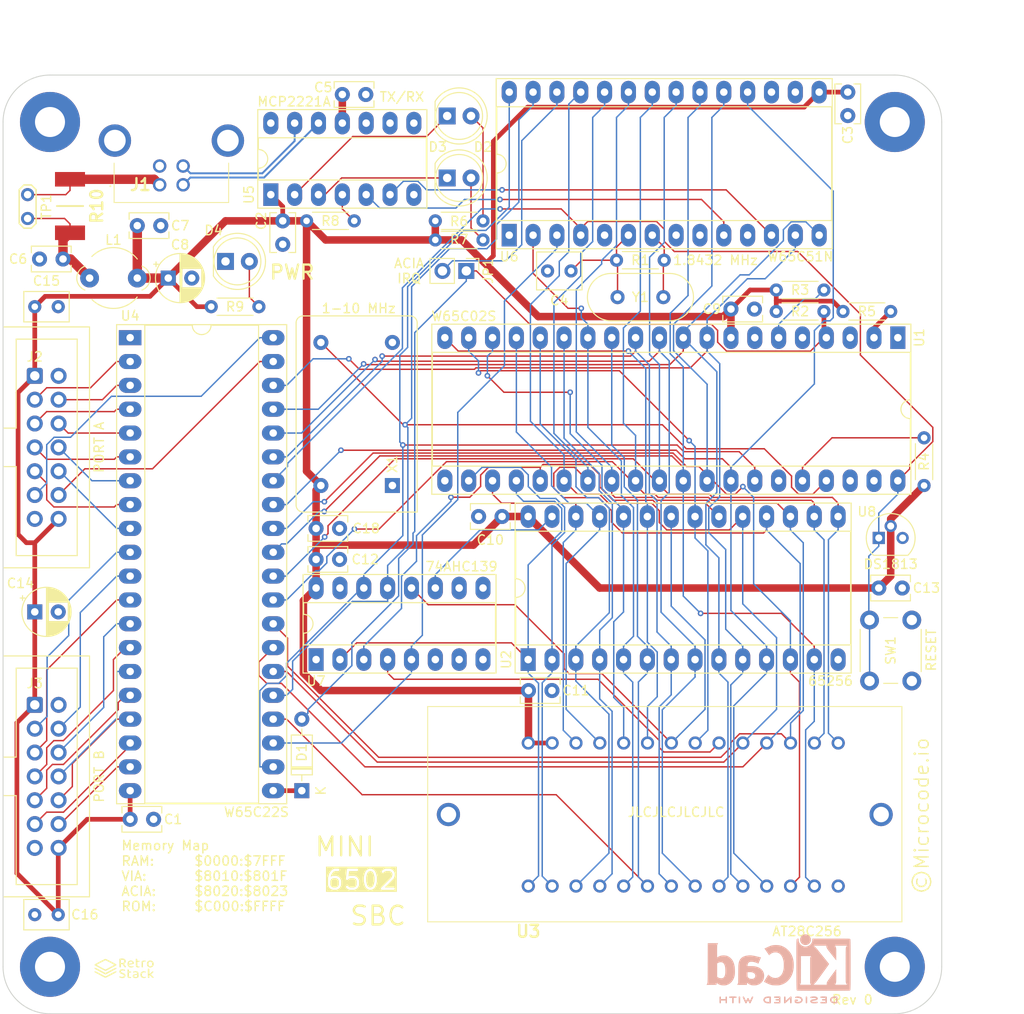
<source format=kicad_pcb>
(kicad_pcb (version 20221018) (generator pcbnew)
  (layers (0 "F.Cu" signal) (1 "In1.Cu" power) (2 "In2.Cu" power) (31 "B.Cu" signal) (34 "B.Paste" user) (35 "F.Paste" user) (36 "B.SilkS" user "B.Silkscreen") (37 "F.SilkS" user "F.Silkscreen") (38 "B.Mask" user) (39 "F.Mask" user) (44 "Edge.Cuts" user))
  (net 0 "")
  (net 1 "VCC")
  (net 2 "GND")
  (net 3 "/S_XTAL1")
  (net 4 "/VUSB")
  (net 5 "/VIA_~{IRQ}")
  (net 6 "/~{IRQ}")
  (net 7 "/V1A0")
  (net 8 "/V1A1")
  (net 9 "/V1A2")
  (net 10 "/V1A3")
  (net 11 "/V1A4")
  (net 12 "/V1A5")
  (net 13 "/V1A6")
  (net 14 "/V1A7")
  (net 15 "/V1CA1")
  (net 16 "/V1CA2")
  (net 17 "/V1B0")
  (net 18 "/V1B1")
  (net 19 "/V1B2")
  (net 20 "/V1B3")
  (net 21 "/V1B4")
  (net 22 "/V1B5")
  (net 23 "/V1B6")
  (net 24 "/V1B7")
  (net 25 "/V1CB1")
  (net 26 "/V1CB2")
  (net 27 "VBUS")
  (net 28 "/LED_TX")
  (net 29 "/ACIA_~{IRQ}")
  (net 30 "/S_XTAL2")
  (net 31 "/~{NMI}")
  (net 32 "/BE")
  (net 33 "/RDY")
  (net 34 "/~{RES}")
  (net 35 "/LED_TX_R")
  (net 40 "/A0")
  (net 41 "/A1")
  (net 42 "/A2")
  (net 43 "/A3")
  (net 44 "/A4")
  (net 45 "/A5")
  (net 46 "/A6")
  (net 47 "/A7")
  (net 48 "/A8")
  (net 49 "/A9")
  (net 50 "/A10")
  (net 51 "/A11")
  (net 52 "/A12")
  (net 53 "/A13")
  (net 54 "/A14")
  (net 55 "/A15")
  (net 56 "/D7")
  (net 57 "/D6")
  (net 58 "/D5")
  (net 59 "/D4")
  (net 60 "/D3")
  (net 61 "/D2")
  (net 62 "/D1")
  (net 63 "/D0")
  (net 64 "/R{slash}~{W}")
  (net 66 "/PHI2")
  (net 69 "/~{RD}")
  (net 70 "/~{WR}")
  (net 71 "/~{ROM}")
  (net 72 "/~{IO}")
  (net 73 "/S_TXD")
  (net 74 "/S_RXD")
  (net 84 "/LED_RX")
  (net 85 "/LED_RX_R")
  (net 86 "/LED_PWR_R")
  (net 87 "/USB_D-")
  (net 88 "/USB_D+")
  (net 89 "/USB_RST")
  (net 96 "/VBUS_SENSE")
  (footprint "Crystal:Crystal_HC49-U_Vertical" (layer "F.Cu") (at 170.344 73.66 180)
    (fp_text reference "Y1")
    (fp_text value "1.8432 MHz")
  )
  (footprint "Capacitor_THT:C_Rect_L4.0mm_W2.5mm_P2.50mm" (layer "F.Cu") (at 153.162 97.028 180)
    (fp_text reference "C10")
    (fp_text value "0u1")
  )
  (footprint "Package_DIP:DIP-16_W7.62mm_Socket_LongPads" (layer "F.Cu") (at 133.35 112.268 90)
    (fp_text reference "U7")
    (fp_text value "74AHC139")
  )
  (footprint "Capacitor_THT:C_Rect_L4.0mm_W2.5mm_P2.50mm" (layer "F.Cu") (at 155.976 115.57)
    (fp_text reference "C11")
    (fp_text value "0u1")
  )
  (footprint "Connector_IDC:IDC-Header_2x07_P2.54mm_Vertical" (layer "F.Cu") (at 103.378 117.094)
    (fp_text reference "J3")
    (fp_text value "HDR_VIA1_B")
  )
  (footprint "Capacitor_THT:C_Rect_L4.0mm_W2.5mm_P2.50mm" (layer "F.Cu") (at 114.3 66.04)
    (fp_text reference "C7")
    (fp_text value "0u1")
  )
  (footprint "Capacitor_THT:C_Rect_L4.6mm_W3.0mm_P2.50mm_MKS02_FKP02" (layer "F.Cu") (at 103.378 139.446)
    (fp_text reference "C16")
    (fp_text value "1u")
  )
  (footprint "RetroStack:UJ2BH1TH" (layer "F.Cu") (at 117.932 50.88 180)
    (fp_text reference "J1")
    (fp_text value "UJ2BH1TH" hide)
  )
  (footprint "Connector_PinHeader_2.54mm:PinHeader_1x02_P2.54mm_Vertical" (layer "F.Cu") (at 149.352 70.866 -90)
    (fp_text reference "JP1")
    (fp_text value "Jumper_2_Open")
  )
  (footprint "TestPoint:TestPoint_2Pads_Pitch2.54mm_Drill0.8mm" (layer "F.Cu") (at 102.616 62.738 -90)
    (fp_text reference "TP1")
    (fp_text value "CurrentSense")
  )
  (footprint "LED_THT:LED_D5.0mm" (layer "F.Cu") (at 147.315 54.356)
    (fp_text reference "D2")
    (fp_text value "LED_TX")
  )
  (footprint "Resistor_THT:R_Axial_DIN0204_L3.6mm_D1.6mm_P5.08mm_Horizontal" (layer "F.Cu") (at 146.05 67.564)
    (fp_text reference "R7")
    (fp_text value "1k")
  )
  (footprint "Resistor_THT:R_Axial_DIN0204_L3.6mm_D1.6mm_P5.08mm_Horizontal" (layer "F.Cu") (at 189.484 75.184)
    (fp_text reference "R5")
    (fp_text value "3k3")
  )
  (footprint "Resistor_THT:R_Axial_DIN0204_L3.6mm_D1.6mm_P5.08mm_Horizontal" (layer "F.Cu") (at 198.12 93.726 90)
    (fp_text reference "R4")
    (fp_text value "3k3")
  )
  (footprint "LED_THT:LED_D5.0mm" (layer "F.Cu") (at 123.698 69.85)
    (fp_text reference "D4")
    (fp_text value "LED_PWR")
  )
  (footprint "Package_DIP:DIP-28_W15.24mm_Socket_LongPads" (layer "F.Cu") (at 155.941 112.273 90)
    (fp_text reference "U2")
    (fp_text value "HM62256BLP")
  )
  (footprint "MountingHole:MountingHole_3.2mm_M3_Pad" (layer "F.Cu") (at 105 55)
    (fp_text reference "H1" hide)
    (fp_text value "MountingHole")
  )
  (footprint "Capacitor_THT:C_Rect_L4.0mm_W2.5mm_P2.50mm" (layer "F.Cu") (at 106.386 69.596 180)
    (fp_text reference "C6")
    (fp_text value "10n")
  )
  (footprint "Resistor_THT:R_Axial_DIN0204_L3.6mm_D1.6mm_P5.08mm_Horizontal" (layer "F.Cu") (at 122.174 74.676)
    (fp_text reference "R9")
    (fp_text value "1k")
  )
  (footprint "Capacitor_THT:C_Rect_L4.0mm_W2.5mm_P2.50mm" (layer "F.Cu") (at 133.35 101.6)
    (fp_text reference "C12")
    (fp_text value "0u1")
  )
  (footprint "LED_THT:LED_D5.0mm" (layer "F.Cu") (at 147.315 60.96)
    (fp_text reference "D3")
    (fp_text value "LED_RX")
  )
  (footprint "RetroStack:28655410" (layer "F.Cu") (at 155.956 136.398)
    (fp_text reference "U3")
    (fp_text value "28C256" hide)
  )
  (footprint "RetroStack:RetroStackFullLogo13x10mm" (layer "F.Cu") (at 112.903 145.161)
    (fp_text reference "G***" hide)
    (fp_text value "LOGO" hide)
  )
  (footprint "RetroStack:RESC6430X38N" (layer "F.Cu") (at 107.132 63.952 -90)
    (fp_text reference "R10")
    (fp_text value "0r002" hide)
  )
  (footprint "Oscillator:Oscillator_DIP-14" (layer "F.Cu") (at 141.478 93.726 90)
    (fp_text reference "X1")
    (fp_text value "1Mhz")
  )
  (footprint "Package_DIP:DIP-14_W7.62mm_Socket_LongPads" (layer "F.Cu") (at 128.524 62.738 90)
    (fp_text reference "U5")
    (fp_text value "MCP2221A-I/P")
  )
  (footprint "Resistor_THT:R_Axial_DIN0204_L3.6mm_D1.6mm_P5.08mm_Horizontal" (layer "F.Cu") (at 146.05 65.532)
    (fp_text reference "R6")
    (fp_text value "1k")
  )
  (footprint "Capacitor_THT:C_Rect_L4.0mm_W2.5mm_P2.50mm" (layer "F.Cu") (at 177.546 74.93)
    (fp_text reference "C9")
    (fp_text value "0u1")
  )
  (footprint "Capacitor_THT:C_Rect_L4.6mm_W3.0mm_P2.50mm_MKS02_FKP02" (layer "F.Cu") (at 103.378 74.676)
    (fp_text reference "C15")
    (fp_text value "1u")
  )
  (footprint "Button_Switch_THT:SW_PUSH_6mm" (layer "F.Cu") (at 192.314 114.554 90)
    (fp_text reference "SW1")
    (fp_text value "SW_RES")
  )
  (footprint "Capacitor_THT:C_Rect_L4.0mm_W2.5mm_P2.50mm" (layer "F.Cu") (at 136.144 52.07)
    (fp_text reference "C5")
    (fp_text value "0u1")
  )
  (footprint "Capacitor_THT:CP_Radial_D5.0mm_P2.50mm" (layer "F.Cu") (at 117.602 71.628)
    (fp_text reference "C8")
    (fp_text value "4u7")
  )
  (footprint "MountingHole:MountingHole_3.2mm_M3_Pad" (layer "F.Cu") (at 195 55)
    (fp_text reference "H2" hide)
    (fp_text value "MountingHole")
  )
  (footprint "Resistor_THT:R_Axial_DIN0204_L3.6mm_D1.6mm_P5.08mm_Horizontal" (layer "F.Cu") (at 165.354 69.723)
    (fp_text reference "R1")
    (fp_text value "1M")
  )
  (footprint "MountingHole:MountingHole_3.2mm_M3_Pad" (layer "F.Cu") (at 195 145)
    (fp_text reference "H3" hide)
    (fp_text value "MountingHole")
  )
  (footprint "Capacitor_THT:CP_Radial_D5.0mm_P2.50mm" (layer "F.Cu") (at 103.378 107.188)
    (fp_text reference "C14")
    (fp_text value "4u7")
  )
  (footprint "Capacitor_THT:C_Rect_L4.0mm_W2.5mm_P2.50mm" (layer "F.Cu") (at 193.294 104.648)
    (fp_text reference "C13")
    (fp_text value "0u1")
  )
  (footprint "Package_DIP:DIP-40_W15.24mm_Socket_LongPads" (layer "F.Cu") (at 195.326 77.978 -90)
    (fp_text reference "U1")
    (fp_text value "W65C02SxP")
  )
  (footprint "Package_DIP:DIP-28_W15.24mm_Socket_LongPads" (layer "F.Cu") (at 153.924 67.056 90)
    (fp_text reference "U6")
    (fp_text value "W65C51NxP")
  )
  (footprint "Package_TO_SOT_THT:TO-92" (layer "F.Cu") (at 193.294 99.314)
    (fp_text reference "U8")
    (fp_text value "DS1813")
  )
  (footprint "Capacitor_THT:C_Rect_L4.0mm_W2.5mm_P2.50mm" (layer "F.Cu") (at 129.794 65.532 -90)
    (fp_text reference "C2")
    (fp_text value "0u1")
  )
  (footprint "Resistor_THT:R_Axial_DIN0204_L3.6mm_D1.6mm_P5.08mm_Horizontal" (layer "F.Cu") (at 182.372 75.184)
    (fp_text reference "R2")
    (fp_text value "3k3")
  )
  (footprint "Capacitor_THT:C_Rect_L4.0mm_W2.5mm_P2.50mm" (layer "F.Cu") (at 113.538 129.286)
    (fp_text reference "C1")
    (fp_text value "0u1")
  )
  (footprint "Capacitor_THT:C_Rect_L4.6mm_W3.8mm_P2.50mm_MKS02_FKP02" (layer "F.Cu") (at 160.508 70.866 180)
    (fp_text reference "C4")
    (fp_text value "20p")
  )
  (footprint "Resistor_THT:R_Axial_DIN0204_L3.6mm_D1.6mm_P5.08mm_Horizontal" (layer "F.Cu") (at 132.334 65.532)
    (fp_text reference "R8")
    (fp_text value "3k3")
  )
  (footprint "Package_DIP:DIP-40_W15.24mm_Socket_LongPads" (layer "F.Cu") (at 113.538 77.978)
    (fp_text reference "U4")
    (fp_text value "W65C22SxP")
  )
  (footprint "MountingHole:MountingHole_3.2mm_M3_Pad" (layer "F.Cu") (at 105 145)
    (fp_text reference "H4" hide)
    (fp_text value "MountingHole")
  )
  (footprint "Ferrite_THT:LairdTech_28C0236-0JW-10" (layer "F.Cu") (at 109.22 71.628)
    (fp_text reference "L1")
    (fp_text value "600R")
  )
  (footprint "Capacitor_THT:C_Rect_L4.0mm_W2.5mm_P2.50mm" (layer "F.Cu") (at 189.992 51.816 -90)
    (fp_text reference "C3")
    (fp_text value "0u1")
  )
  (footprint "Diode_THT:D_DO-35_SOD27_P7.62mm_Horizontal" (layer "F.Cu") (at 131.826 126.238 90)
    (fp_text reference "D1")
    (fp_text value "BAT42")
  )
  (footprint "Capacitor_THT:C_Rect_L4.0mm_W2.5mm_P2.50mm" (layer "F.Cu") (at 133.35 98.298)
    (fp_text reference "C18")
    (fp_text value "0u1")
  )
  (footprint "Resistor_THT:R_Axial_DIN0204_L3.6mm_D1.6mm_P5.08mm_Horizontal" (layer "F.Cu") (at 182.372 72.898)
    (fp_text reference "R3")
    (fp_text value "3k3")
  )
  (footprint "Connector_IDC:IDC-Header_2x07_P2.54mm_Vertical" (layer "F.Cu") (at 103.378 82.042)
    (fp_text reference "J2")
    (fp_text value "HDR_VIA1_A")
  )
  (footprint "Symbol:KiCad-Logo2_6mm_SilkScreen" (layer "B.Cu") (at 182.626 144.526 180)
    (fp_text reference "REF**" hide)
    (fp_text value "KiCad-Logo2_6mm_SilkScreen" hide)
  )
  (gr_line (start 195 150) (end 105 150) (stroke (width 0.1)) (layer "Edge.Cuts"))
  (gr_arc (start 105 150) (mid 101.464466 148.535534) (end 100 145) (stroke (width 0.1)) (layer "Edge.Cuts"))
  (gr_line (start 200 55) (end 200 145) (stroke (width 0.1)) (layer "Edge.Cuts"))
  (gr_arc (start 195 50) (mid 198.535534 51.464466) (end 200 55) (stroke (width 0.1)) (layer "Edge.Cuts"))
  (gr_arc (start 200 145) (mid 198.535534 148.535534) (end 195 150) (stroke (width 0.1)) (layer "Edge.Cuts"))
  (gr_line (start 105 50) (end 195 50) (stroke (width 0.1)) (layer "Edge.Cuts"))
  (gr_arc (start 100 55) (mid 101.464466 51.464466) (end 105 50) (stroke (width 0.1)) (layer "Edge.Cuts"))
  (gr_line (start 100 145) (end 100 55) (stroke (width 0.1)) (layer "Edge.Cuts"))
  (gr_text "Memory Map" (at 112.522 132.08) (layer "F.SilkS") (effects (font (size 1 1)) (justify left)))
  (gr_text "RESET" (at 198.882 111.252 90) (layer "F.SilkS") (effects (font (size 1 1))))
  (gr_text "MCP2221A" (at 127 52.832) (layer "F.SilkS") (effects (font (size 1 1)) (justify left)))
  (gr_text "TX/RX" (at 142.494 52.324) (layer "F.SilkS") (effects (font (size 1 1))))
  (gr_text "6502" (at 138.176 135.763) (layer "F.SilkS" knockout) (effects (font (size 2 2) (thickness 0.25))))
  (gr_text "PWR" (at 128.27 71.882) (layer "F.SilkS") (effects (font (size 1.5 1.5) (thickness 0.25) bold) (justify left bottom)))
  (gr_text "MINI" (at 136.398 132.207) (layer "F.SilkS") (effects (font (size 2 2) (thickness 0.25))))
  (gr_text "JLCJLCJLCJLC" (at 171.704 128.524) (layer "F.SilkS") (effects (font (size 1 1))))
  (gr_text "ACIA\nIRQ" (at 143.256 70.866) (layer "F.SilkS") (effects (font (size 1 1))))
  (gr_text "SBC" (at 139.954 139.573) (layer "F.SilkS") (effects (font (size 2 2) (thickness 0.25))))
  (gr_text "PORT B" (at 110.236 124.714 90) (layer "F.SilkS") (effects (font (size 1 1))))
  (gr_text "©Microcode.io" (at 197.866 128.905 90) (layer "F.SilkS") (effects (font (size 1.5 1.5))))
  (gr_text "65256" (at 185.674 114.554) (layer "F.SilkS") (effects (font (size 1 1)) (justify left)))
  (gr_text "RAM:	$0000:$7FFF\nVIA:	$8010:$801F\nACIA:	$8020:$8023\nROM:	$C000:$FFFF" (at 112.522 136.144) (layer "F.SilkS") (effects (font (size 1 1)) (justify left)))
  (gr_text "Rev 0" (at 188.214 149.098) (layer "F.SilkS") (effects (font (size 1 1)) (justify left bottom)))
  (gr_text "1-10 MHz" (at 133.858 75.438) (layer "F.SilkS") (effects (font (size 1 1)) (justify left bottom)))
  (gr_text "W65C22S" (at 123.444 128.524) (layer "F.SilkS") (effects (font (size 1 1)) (justify left)))
  (gr_text "PORT A" (at 110.236 89.662 90) (layer "F.SilkS") (effects (font (size 1 1))))
  (gr_text "W65C02S" (at 145.542 75.692) (layer "F.SilkS") (effects (font (size 1 1)) (justify left)))
  (gr_text "W65C51N" (at 181.356 69.342) (layer "F.SilkS") (effects (font (size 1 1)) (justify left)))
  (gr_text "AT28C256" (at 181.864 141.224) (layer "F.SilkS") (effects (font (size 1 1)) (justify left)))
  (segment (start 151.262 69.972) (end 148.854 67.564) (width 0.8) (layer "F.Cu") (net 1))
  (segment (start 101.473 135.041) (end 105.878 139.446) (width 0.5) (layer "F.Cu") (net 1))
  (segment (start 103.378 107.188) (end 103.378 117.094) (width 0.5) (layer "F.Cu") (net 1))
  (segment (start 185.342 53.418) (end 155.878 53.418) (width 0.5) (layer "F.Cu") (net 1))
  (segment (start 182.372 72.898) (end 182.372 74.041) (width 0.5) (layer "F.Cu") (net 1))
  (segment (start 103.378 99.822) (end 105.918 97.282) (width 0.5) (layer "F.Cu") (net 1))
  (segment (start 105.918 132.334) (end 108.966 129.286) (width 0.5) (layer "F.Cu") (net 1))
  (segment (start 189.484 75.184) (end 188.382 74.082) (width 0.5) (layer "F.Cu") (net 1))
  (segment (start 155.976 115.57) (end 155.976 121.138) (width 0.8) (layer "F.Cu") (net 1))
  (segment (start 101.6 98.933) (end 102.489 99.822) (width 0.5) (layer "F.Cu") (net 1))
  (segment (start 194.564 103.378) (end 194.564 98.044) (width 0.8) (layer "F.Cu") (net 1))
  (segment (start 179.578 72.898) (end 182.372 72.898) (width 0.5) (layer "F.Cu") (net 1))
  (segment (start 120.65 74.676) (end 117.602 71.628) (width 0.5) (layer "F.Cu") (net 1))
  (segment (start 117.602 71.628) (end 123.698 65.532) (width 0.8) (layer "F.Cu") (net 1))
  (segment (start 133.35 104.648) (end 133.35 101.6) (width 0.8) (layer "F.Cu") (net 1))
  (segment (start 133.35 104.648) (end 131.998 106) (width 0.8) (layer "F.Cu") (net 1))
  (segment (start 177.546 74.93) (end 176.746 75.73) (width 0.8) (layer "F.Cu") (net 1))
  (segment (start 101.473 118.999) (end 101.473 135.041) (width 0.5) (layer "F.Cu") (net 1))
  (segment (start 158.496 121.158) (end 155.956 121.158) (width 0.5) (layer "F.Cu") (net 1))
  (segment (start 153.162 97.028) (end 155.936 97.028) (width 0.8) (layer "F.Cu") (net 1))
  (segment (start 103.378 82.042) (end 101.6 83.82) (width 0.5) (layer "F.Cu") (net 1))
  (segment (start 186.944 51.816) (end 189.992 51.816) (width 0.5) (layer "F.Cu") (net 1))
  (segment (start 133.35 94.234) (end 133.858 93.726) (width 0.8) (layer "F.Cu") (net 1))
  (segment (start 131.998 113.71) (end 133.858 115.57) (width 0.8) (layer "F.Cu") (net 1))
  (segment (start 152.232 57.064) (end 152.232 69.256) (width 0.5) (layer "F.Cu") (net 1))
  (segment (start 176.746 75.73) (end 157.02 75.73) (width 0.8) (layer "F.Cu") (net 1))
  (segment (start 131.998 106) (end 131.998 113.71) (width 0.8) (layer "F.Cu") (net 1))
  (segment (start 129.794 65.532) (end 132.334 65.532) (width 0.8) (layer "F.Cu") (net 1))
  (segment (start 103.378 107.188) (end 103.378 99.822) (width 0.5) (layer "F.Cu") (net 1))
  (segment (start 188.382 74.082) (end 182.413 74.082) (width 0.5) (layer "F.Cu") (net 1))
  (segment (start 186.944 51.816) (end 185.342 53.418) (width 0.5) (layer "F.Cu") (net 1))
  (segment (start 123.698 65.532) (end 129.794 65.532) (width 0.8) (layer "F.Cu") (net 1))
  (segment (start 115.656 73.574) (end 117.602 71.628) (width 0.5) (layer "F.Cu") (net 1))
  (segment (start 153.162 97.028) (end 150.114 100.076) (width 0.8) (layer "F.Cu") (net 1))
  (segment (start 134.366 67.564) (end 146.05 67.564) (width 0.8) (layer "F.Cu") (net 1))
  (segment (start 114.3 66.04) (end 114.3 71.628) (width 1) (layer "F.Cu") (net 1))
  (segment (start 129.794 65.532) (end 129.794 64.008) (width 0.5) (layer "F.Cu") (net 1))
  (segment (start 193.294 104.648) (end 194.564 103.378) (width 0.8) (layer "F.Cu") (net 1))
  (segment (start 103.378 117.094) (end 101.473 118.999) (width 0.5) (layer "F.Cu") (net 1))
  (segment (start 150.114 100.076) (end 133.35 100.076) (width 0.8) (layer "F.Cu") (net 1))
  (segment (start 146.05 67.564) (end 146.05 65.532) (width 0.8) (layer "F.Cu") (net 1))
  (segment (start 148.854 67.564) (end 146.05 67.564) (width 0.8) (layer "F.Cu") (net 1))
  (segment (start 132.334 65.532) (end 132.334 92.202) (width 0.8) (layer "F.Cu") (net 1))
  (segment (start 122.174 74.676) (end 120.65 74.676) (width 0.5) (layer "F.Cu") (net 1))
  (segment (start 102.489 99.822) (end 103.378 99.822) (width 0.5) (layer "F.Cu") (net 1))
  (segment (start 133.35 101.6) (end 133.35 100.076) (width 0.8) (layer "F.Cu") (net 1))
  (segment (start 133.35 100.076) (end 133.35 98.298) (width 0.8) (layer "F.Cu") (net 1))
  (segment (start 103.378 74.676) (end 104.48 73.574) (width 0.5) (layer "F.Cu") (net 1))
  (segment (start 152.232 69.256) (end 151.516 69.972) (width 0.5) (layer "F.Cu") (net 1))
  (segment (start 132.334 65.532) (end 134.366 67.564) (width 0.8) (layer "F.Cu") (net 1))
  (segment (start 182.413 74.082) (end 182.372 74.041) (width 0.5) (layer "F.Cu") (net 1))
  (segment (start 194.564 97.282) (end 198.12 93.726) (width 0.8) (layer "F.Cu") (net 1))
  (segment (start 194.564 98.044) (end 194.564 97.282) (width 0.8) (layer "F.Cu") (net 1))
  (segment (start 133.858 115.57) (end 155.976 115.57) (width 0.8) (layer "F.Cu") (net 1))
  (segment (start 151.516 69.972) (end 151.262 69.972) (width 0.5) (layer "F.Cu") (net 1))
  (segment (start 155.878 53.418) (end 152.232 57.064) (width 0.5) (layer "F.Cu") (net 1))
  (segment (start 132.334 92.202) (end 133.858 93.726) (width 0.8) (layer "F.Cu") (net 1))
  (segment (start 133.35 98.298) (end 133.35 94.234) (width 0.8) (layer "F.Cu") (net 1))
  (segment (start 129.794 64.008) (end 128.524 62.738) (width 0.5) (layer "F.Cu") (net 1))
  (segment (start 104.48 73.574) (end 115.656 73.574) (width 0.5) (layer "F.Cu") (net 1))
  (segment (start 163.556 104.648) (end 193.294 104.648) (width 0.8) (layer "F.Cu") (net 1))
  (segment (start 177.546 74.93) (end 179.578 72.898) (width 0.5) (layer "F.Cu") (net 1))
  (segment (start 157.02 75.73) (end 151.262 69.972) (width 0.8) (layer "F.Cu") (net 1))
  (segment (start 114.3 71.628) (end 117.602 71.628) (width 1) (layer "F.Cu") (net 1))
  (segment (start 177.546 74.93) (end 177.546 77.978) (width 0.8) (layer "F.Cu") (net 1))
  (segment (start 105.878 139.446) (end 105.878 132.374) (width 0.5) (layer "F.Cu") (net 1))
  (segment (start 108.966 129.286) (end 113.538 129.286) (width 0.5) (layer "F.Cu") (net 1))
  (segment (start 103.378 74.676) (end 103.378 82.042) (width 0.5) (layer "F.Cu") (net 1))
  (segment (start 182.372 74.041) (end 182.372 75.184) (width 0.5) (layer "F.Cu") (net 1))
  (segment (start 101.6 83.82) (end 101.6 98.933) (width 0.5) (layer "F.Cu") (net 1))
  (segment (start 155.941 97.033) (end 163.556 104.648) (width 0.8) (layer "F.Cu") (net 1))
  (segment (start 113.538 129.286) (end 113.538 126.238) (width 0.5) (layer "F.Cu") (net 1))
  (segment (start 165.464 73.66) (end 165.464 69.833) (width 0.152) (layer "F.Cu") (net 3))
  (segment (start 165.354 69.723) (end 165.354 68.326) (width 0.152) (layer "F.Cu") (net 3))
  (segment (start 161.651 69.723) (end 160.508 70.866) (width 0.152) (layer "F.Cu") (net 3))
  (segment (start 165.354 68.326) (end 166.624 67.056) (width 0.152) (layer "F.Cu") (net 3))
  (segment (start 165.354 69.723) (end 161.651 69.723) (width 0.152) (layer "F.Cu") (net 3))
  (segment (start 136.144 55.118) (end 136.144 52.07) (width 0.8) (layer "F.Cu") (net 4))
  (segment (start 128.778 126.238) (end 131.826 126.238) (width 0.5) (layer "F.Cu") (net 5))
  (segment (start 187.452 75.184) (end 187.452 77.724) (width 0.5) (layer "F.Cu") (net 6))
  (segment (start 177.0805 79.4099) (end 176.1237 78.4531) (width 0.152) (layer "F.Cu") (net 6))
  (segment (start 187.579 77.851) (end 186.0201 79.4099) (width 0.152) (layer "F.Cu") (net 6))
  (segment (start 156.1139 76.5498) (end 150.4301 70.866) (width 0.152) (layer "F.Cu") (net 6))
  (segment (start 186.0201 79.4099) (end 177.0805 79.4099) (width 0.152) (layer "F.Cu") (net 6))
  (segment (start 176.1237 78.4531) (end 176.1237 77.2036) (width 0.152) (layer "F.Cu") (net 6))
  (segment (start 149.352 70.866) (end 150.4301 70.866) (width 0.152) (layer "F.Cu") (net 6))
  (segment (start 175.4699 76.5498) (end 156.1139 76.5498) (width 0.152) (layer "F.Cu") (net 6))
  (segment (start 176.1237 77.2036) (end 175.4699 76.5498) (width 0.152) (layer "F.Cu") (net 6))
  (segment (start 143.6754 99.9682) (end 143.6754 98.7988) (width 0.152) (layer "B.Cu") (net 6))
  (segment (start 142.1438 101.4998) (end 143.6754 99.9682) (width 0.152) (layer "B.Cu") (net 6))
  (segment (start 132.4778 117.983) (end 132.4778 117.5899) (width 0.152) (layer "B.Cu") (net 6))
  (segment (start 132.4778 117.5899) (end 137.16 112.9077) (width 0.152) (layer "B.Cu") (net 6))
  (segment (start 137.16 110.4748) (end 142.1438 105.491) (width 0.152) (layer "B.Cu") (net 6))
  (segment (start 137.16 112.9077) (end 137.16 110.4748) (width 0.152) (layer "B.Cu") (net 6))
  (segment (start 132.461 117.983) (end 132.4778 117.983) (width 0.152) (layer "B.Cu") (net 6))
  (segment (start 143.6754 98.7988) (end 143.8579 98.6163) (width 0.152) (layer "B.Cu") (net 6))
  (segment (start 143.8579 98.6163) (end 143.8579 77.4382) (width 0.152) (layer "B.Cu") (net 6))
  (segment (start 149.352 71.9441) (end 149.352 70.866) (width 0.152) (layer "B.Cu") (net 6))
  (segment (start 143.8579 77.4382) (end 149.352 71.9441) (width 0.152) (layer "B.Cu") (net 6))
  (segment (start 131.826 118.618) (end 132.461 117.983) (width 0.152) (layer "B.Cu") (net 6))
  (segment (start 142.1438 105.491) (end 142.1438 101.4998) (width 0.152) (layer "B.Cu") (net 6))
  (segment (start 109.3159 83.312) (end 104.648 83.312) (width 0.152) (layer "F.Cu") (net 7))
  (segment (start 113.538 80.518) (end 112.1099 80.518) (width 0.152) (layer "F.Cu") (net 7))
  (segment (start 104.648 83.312) (end 103.378 84.582) (width 0.152) (layer "F.Cu") (net 7))
  (segment (start 112.1099 80.518) (end 109.3159 83.312) (width 0.152) (layer "F.Cu") (net 7))
  (segment (start 110.5859 84.582) (end 105.918 84.582) (width 0.152) (layer "F.Cu") (net 8))
  (segment (start 112.1099 83.058) (end 110.5859 84.582) (width 0.152) (layer "F.Cu") (net 8))
  (segment (start 113.538 83.058) (end 112.1099 83.058) (width 0.152) (layer "F.Cu") (net 8))
  (segment (start 111.8559 85.852) (end 104.648 85.852) (width 0.152) (layer "F.Cu") (net 9))
  (segment (start 112.1099 85.598) (end 111.8559 85.852) (width 0.152) (layer "F.Cu") (net 9))
  (segment (start 104.648 85.852) (end 103.378 87.122) (width 0.152) (layer "F.Cu") (net 9))
  (segment (start 113.538 85.598) (end 112.1099 85.598) (width 0.152) (layer "F.Cu") (net 9))
  (segment (start 113.538 88.138) (end 106.934 88.138) (width 0.152) (layer "F.Cu") (net 10))
  (segment (start 106.934 88.138) (end 105.918 87.122) (width 0.152) (layer "F.Cu") (net 10))
  (segment (start 104.648 90.932) (end 103.378 89.662) (width 0.152) (layer "F.Cu") (net 11))
  (segment (start 111.8559 90.932) (end 104.648 90.932) (width 0.152) (layer "F.Cu") (net 11))
  (segment (start 112.1099 90.678) (end 111.8559 90.932) (width 0.152) (layer "F.Cu") (net 11))
  (segment (start 113.538 90.678) (end 112.1099 90.678) (width 0.152) (layer "F.Cu") (net 11))
  (segment (start 113.538 93.218) (end 109.474 93.218) (width 0.152) (layer "B.Cu") (net 12))
  (segment (start 109.474 93.218) (end 105.918 89.662) (width 0.152) (layer "B.Cu") (net 12))
  (segment (start 111.8559 96.012) (end 105.41 96.012) (width 0.152) (layer "F.Cu") (net 13))
  (segment (start 104.648 95.25) (end 104.648 93.472) (width 0.152) (layer "F.Cu") (net 13))
  (segment (start 113.538 95.758) (end 112.1099 95.758) (width 0.152) (layer "F.Cu") (net 13))
  (segment (start 112.1099 95.758) (end 111.8559 96.012) (width 0.152) (layer "F.Cu") (net 13))
  (segment (start 104.648 93.472) (end 103.378 92.202) (width 0.152) (layer "F.Cu") (net 13))
  (segment (start 105.41 96.012) (end 104.648 95.25) (width 0.152) (layer "F.Cu") (net 13))
  (segment (start 112.1099 98.298) (end 106.0139 92.202) (width 0.152) (layer "B.Cu") (net 14))
  (segment (start 113.538 98.298) (end 112.1099 98.298) (width 0.152) (layer "B.Cu") (net 14))
  (segment (start 121.1075 84.2204) (end 111.5514 84.2204) (width 0.152) (layer "B.Cu") (net 15))
  (segment (start 104.648 93.472) (end 103.378 94.742) (width 0.152) (layer "B.Cu") (net 15))
  (segment (start 127.3499 77.978) (end 121.1075 84.2204) (width 0.152) (layer "B.Cu") (net 15))
  (segment (start 104.648 89.3775) (end 104.648 93.472) (width 0.152) (layer "B.Cu") (net 15))
  (segment (start 105.4417 88.5838) (end 104.648 89.3775) (width 0.152) (layer "B.Cu") (net 15))
  (segment (start 128.778 77.978) (end 127.3499 77.978) (width 0.152) (layer "B.Cu") (net 15))
  (segment (start 107.188 88.5838) (end 105.4417 88.5838) (width 0.152) (layer "B.Cu") (net 15))
  (segment (start 111.5514 84.2204) (end 107.188 88.5838) (width 0.152) (layer "B.Cu") (net 15))
  (segment (start 108.712 91.948) (end 105.918 94.742) (width 0.152) (layer "F.Cu") (net 16))
  (segment (start 128.778 80.518) (end 127.3499 80.518) (width 0.152) (layer "F.Cu") (net 16))
  (segment (start 127.3499 80.518) (end 115.9199 91.948) (width 0.152) (layer "F.Cu") (net 16))
  (segment (start 115.9199 91.948) (end 108.712 91.948) (width 0.152) (layer "F.Cu") (net 16))
  (segment (start 113.538 100.838) (end 112.1099 100.838) (width 0.152) (layer "B.Cu") (net 17))
  (segment (start 112.1099 100.838) (end 106.9936 105.9543) (width 0.152) (layer "B.Cu") (net 17))
  (segment (start 106.9936 109.7074) (end 104.6933 112.0077) (width 0.152) (layer "B.Cu") (net 17))
  (segment (start 106.9936 105.9543) (end 106.9936 109.7074) (width 0.152) (layer "B.Cu") (net 17))
  (segment (start 104.6933 118.3187) (end 103.378 119.634) (width 0.152) (layer "B.Cu") (net 17))
  (segment (start 104.6933 112.0077) (end 104.6933 118.3187) (width 0.152) (layer "B.Cu") (net 17))
  (segment (start 108.2269 107.261) (end 112.1099 103.378) (width 0.152) (layer "B.Cu") (net 18))
  (segment (start 105.918 119.634) (end 108.2269 117.3251) (width 0.152) (layer "B.Cu") (net 18))
  (segment (start 108.2269 117.3251) (end 108.2269 107.261) (width 0.152) (layer "B.Cu") (net 18))
  (segment (start 113.538 103.378) (end 112.1099 103.378) (width 0.152) (layer "B.Cu") (net 18))
  (segment (start 104.648 120.904) (end 103.378 122.174) (width 0.152) (layer "F.Cu") (net 19))
  (segment (start 104.648 113.3799) (end 104.648 120.904) (width 0.152) (layer "F.Cu") (net 19))
  (segment (start 113.538 105.918) (end 112.1099 105.918) (width 0.152) (layer "F.Cu") (net 19))
  (segment (start 112.1099 105.918) (end 104.648 113.3799) (width 0.152) (layer "F.Cu") (net 19))
  (segment (start 105.918 122.174) (end 110.721 117.371) (width 0.152) (layer "B.Cu") (net 20))
  (segment (start 110.721 109.8469) (end 112.1099 108.458) (width 0.152) (layer "B.Cu") (net 20))
  (segment (start 113.538 108.458) (end 112.1099 108.458) (width 0.152) (layer "B.Cu") (net 20))
  (segment (start 110.721 117.371) (end 110.721 109.8469) (width 0.152) (layer "B.Cu") (net 20))
  (segment (start 111.76 115.57095) (end 106.42695 120.904) (width 0.152) (layer "F.Cu") (net 21))
  (segment (start 104.648 123.444) (end 103.378 124.714) (width 0.152) (layer "F.Cu") (net 21))
  (segment (start 106.42695 120.904) (end 105.41 120.904) (width 0.152) (layer "F.Cu") (net 21))
  (segment (start 105.41 120.904) (end 104.648 121.666) (width 0.152) (layer "F.Cu") (net 21))
  (segment (start 111.76 112.268) (end 111.76 115.57095) (width 0.152) (layer "F.Cu") (net 21))
  (segment (start 113.03 110.998) (end 111.76 112.268) (width 0.152) (layer "F.Cu") (net 21))
  (segment (start 104.648 121.666) (end 104.648 123.444) (width 0.152) (layer "F.Cu") (net 21))
  (segment (start 113.538 113.538) (end 112.1099 113.538) (width 0.152) (layer "B.Cu") (net 22))
  (segment (start 112.1099 118.5221) (end 105.918 124.714) (width 0.152) (layer "B.Cu") (net 22))
  (segment (start 112.1099 113.538) (end 112.1099 118.5221) (width 0.152) (layer "B.Cu") (net 22))
  (segment (start 104.648 124.0538) (end 104.648 125.984) (width 0.152) (layer "F.Cu") (net 23))
  (segment (start 104.648 125.984) (end 103.378 127.254) (width 0.152) (layer "F.Cu") (net 23))
  (segment (start 112.268 116.84) (end 112.268 117.602) (width 0.152) (layer "F.Cu") (net 23))
  (segment (start 105.2578 123.444) (end 104.648 124.0538) (width 0.152) (layer "F.Cu") (net 23))
  (segment (start 113.03 116.078) (end 112.268 116.84) (width 0.152) (layer "F.Cu") (net 23))
  (segment (start 112.268 117.602) (end 106.426 123.444) (width 0.152) (layer "F.Cu") (net 23))
  (segment (start 106.426 123.444) (end 105.2578 123.444) (width 0.152) (layer "F.Cu") (net 23))
  (segment (start 107.3798 125.7922) (end 105.918 127.254) (width 0.152) (layer "F.Cu") (net 24))
  (segment (start 107.3798 123.3481) (end 107.3798 125.7922) (width 0.152) (layer "F.Cu") (net 24))
  (segment (start 113.538 118.618) (end 112.1099 118.618) (width 0.152) (layer "F.Cu") (net 24))
  (segment (start 112.1099 118.618) (end 107.3798 123.3481) (width 0.152) (layer "F.Cu") (net 24))
  (segment (start 104.648 128.524) (end 103.378 129.794) (width 0.152) (layer "F.Cu") (net 25))
  (segment (start 113.538 121.4252) (end 106.4392 128.524) (width 0.152) (layer "F.Cu") (net 25))
  (segment (start 106.4392 128.524) (end 104.648 128.524) (width 0.152) (layer "F.Cu") (net 25))
  (segment (start 113.538 123.698) (end 112.18895 123.698) (width 0.152) (layer "F.Cu") (net 26))
  (segment (start 112.18895 123.698) (end 106.09295 129.794) (width 0.152) (layer "F.Cu") (net 26))
  (segment (start 106.68 62.738) (end 107.132 62.286) (width 0.152) (layer "F.Cu") (net 27))
  (segment (start 107.132 62.286) (end 107.132 61.102) (width 0.152) (layer "F.Cu") (net 27))
  (segment (start 116.094 61.102) (end 116.682 61.69) (width 1) (layer "F.Cu") (net 27))
  (segment (start 102.616 62.738) (end 106.68 62.738) (width 0.152) (layer "F.Cu") (net 27))
  (segment (start 107.132 61.102) (end 116.094 61.102) (width 1) (layer "F.Cu") (net 27))
  (segment (start 137.256 56.546) (end 131.064 62.738) (width 0.152) (layer "F.Cu") (net 28))
  (segment (start 145.125 56.546) (end 137.256 56.546) (width 0.152) (layer "F.Cu") (net 28))
  (segment (start 147.315 54.356) (end 145.125 56.546) (width 0.152) (layer "F.Cu") (net 28))
  (segment (start 155.2564 56.9917) (end 159.004 53.2441) (width 0.152) (layer "B.Cu") (net 29))
  (segment (start 159.004 53.2441) (end 159.004 51.816) (width 0.152) (layer "B.Cu") (net 29))
  (segment (start 147.8901 69.7879) (end 153.5447 69.7879) (width 0.152) (layer "B.Cu") (net 29))
  (segment (start 153.5447 69.7879) (end 155.2564 68.0762) (width 0.152) (layer "B.Cu") (net 29))
  (segment (start 146.812 70.866) (end 147.8901 69.7879) (width 0.152) (layer "B.Cu") (net 29))
  (segment (start 155.2564 68.0762) (end 155.2564 56.9917) (width 0.152) (layer "B.Cu") (net 29))
  (segment (start 170.434 69.723) (end 170.434 68.326) (width 0.152) (layer "F.Cu") (net 30))
  (segment (start 170.344 73.66) (end 170.344 69.813) (width 0.152) (layer "F.Cu") (net 30))
  (segment (start 170.434 68.326) (end 169.164 67.056) (width 0.152) (layer "F.Cu") (net 30))
  (segment (start 185.3498 73.8261) (end 182.626 76.5499) (width 0.152) (layer "B.Cu") (net 31))
  (segment (start 187.452 72.898) (end 186.5239 73.8261) (width 0.152) (layer "B.Cu") (net 31))
  (segment (start 186.5239 73.8261) (end 185.3498 73.8261) (width 0.152) (layer "B.Cu") (net 31))
  (segment (start 182.626 76.5499) (end 182.626 77.978) (width 0.152) (layer "B.Cu") (net 31))
  (segment (start 198.12 88.646) (end 188.3099 88.646) (width 0.152) (layer "F.Cu") (net 32))
  (segment (start 188.3099 88.646) (end 185.166 91.7899) (width 0.152) (layer "F.Cu") (net 32))
  (segment (start 185.166 93.218) (end 185.166 91.7899) (width 0.152) (layer "F.Cu") (net 32))
  (segment (start 194.564 75.184) (end 192.786 76.962) (width 0.5) (layer "F.Cu") (net 33))
  (segment (start 192.786 76.962) (end 192.786 77.978) (width 0.5) (layer "F.Cu") (net 33))
  (segment (start 199.0519 87.537) (end 191.3353 79.8204) (width 0.152) (layer "F.Cu") (net 34))
  (segment (start 184.6673 68.7948) (end 171.511 68.7948) (width 0.152) (layer "F.Cu") (net 34))
  (segment (start 191.3353 75.4628) (end 184.6673 68.7948) (width 0.152) (layer "F.Cu") (net 34))
  (segment (start 195.326 93.218) (end 196.596 91.948) (width 0.152) (layer "F.Cu") (net 34))
  (segment (start 162.2954 65.5905) (end 161.544 66.3419) (width 0.152) (layer "F.Cu") (net 34))
  (segment (start 171.511 68.7948) (end 170.434 67.7178) (width 0.152) (layer "F.Cu") (net 34))
  (segment (start 191.3353 79.8204) (end 191.3353 75.4628) (width 0.152) (layer "F.Cu") (net 34))
  (segment (start 159.4644 64.2623) (end 152.952 64.2623) (width 0.152) (layer "F.Cu") (net 34))
  (segment (start 196.596 91.5017) (end 199.0519 89.0458) (width 0.152) (layer "F.Cu") (net 34))
  (segment (start 169.613 65.5905) (end 162.2954 65.5905) (width 0.152) (layer "F.Cu") (net 34))
  (segment (start 161.544 66.3419) (end 159.4644 64.2623) (width 0.152) (layer "F.Cu") (net 34))
  (segment (start 199.0519 89.0458) (end 199.0519 87.537) (width 0.152) (layer "F.Cu") (net 34))
  (segment (start 170.434 66.4115) (end 169.613 65.5905) (width 0.152) (layer "F.Cu") (net 34))
  (segment (start 196.596 91.948) (end 196.596 91.5017) (width 0.152) (layer "F.Cu") (net 34))
  (segment (start 170.434 67.7178) (end 170.434 66.4115) (width 0.152) (layer "F.Cu") (net 34))
  (via (at 152.952 64.2623) (size 0.6) (drill 0.3) (layers "F.Cu" "B.Cu") (net 34))
  (segment (start 192.314 114.554) (end 192.314 108.054) (width 0.152) (layer "B.Cu") (net 34))
  (segment (start 192.2354 101.2507) (end 193.294 100.1921) (width 0.152) (layer "B.Cu") (net 34))
  (segment (start 130.302 91.3782) (end 142.5452 79.135) (width 0.152) (layer "B.Cu") (net 34))
  (segment (start 150.9487 64.2623) (end 152.952 64.2623) (width 0.152) (layer "B.Cu") (net 34))
  (segment (start 193.294 96.6781) (end 195.326 94.6461) (width 0.152) (layer "B.Cu") (net 34))
  (segment (start 142.5452 72.6658) (end 150.9487 64.2623) (width 0.152) (layer "B.Cu") (net 34))
  (segment (start 130.302 91.694) (end 130.302 91.3782) (width 0.152) (layer "B.Cu") (net 34))
  (segment (start 193.294 99.314) (end 193.294 96.6781) (width 0.152) (layer "B.Cu") (net 34))
  (segment (start 192.2354 107.9754) (end 192.2354 101.2507) (width 0.152) (layer "B.Cu") (net 34))
  (segment (start 128.778 93.218) (end 130.302 91.694) (width 0.152) (layer "B.Cu") (net 34))
  (segment (start 195.326 93.218) (end 195.326 94.6461) (width 0.152) (layer "B.Cu") (net 34))
  (segment (start 142.5452 79.135) (end 142.5452 72.6658) (width 0.152) (layer "B.Cu") (net 34))
  (segment (start 193.294 99.314) (end 193.294 100.1921) (width 0.152) (layer "B.Cu") (net 34))
  (segment (start 151.13 55.631) (end 149.855 54.356) (width 0.152) (layer "F.Cu") (net 35))
  (segment (start 151.13 65.532) (end 151.13 55.631) (width 0.152) (layer "F.Cu") (net 35))
  (segment (start 150.2195 81.3451) (end 137.9532 81.3451) (width 0.152) (layer "F.Cu") (net 40))
  (segment (start 137.9532 81.3451) (end 136.8359 80.2278) (width 0.152) (layer "F.Cu") (net 40))
  (segment (start 175.006 77.978) (end 175.006 79.4061) (width 0.152) (layer "F.Cu") (net 40))
  (segment (start 150.3717 81.1929) (end 150.2195 81.3451) (width 0.152) (layer "F.Cu") (net 40))
  (segment (start 175.006 79.4061) (end 173.2192 81.1929) (width 0.152) (layer "F.Cu") (net 40))
  (segment (start 173.2192 81.1929) (end 150.3717 81.1929) (width 0.152) (layer "F.Cu") (net 40))
  (via (at 136.8359 80.2278) (size 0.6) (drill 0.3) (layers "F.Cu" "B.Cu") (net 40))
  (segment (start 181.1901 71.698) (end 184.404 68.4841) (width 0.152) (layer "B.Cu") (net 40))
  (segment (start 176.3505 80.7506) (end 175.006 79.4061) (width 0.152) (layer "B.Cu") (net 40))
  (segment (start 175.1806 96.1114) (end 176.3505 94.9415) (width 0.152) (layer "B.Cu") (net 40))
  (segment (start 178.801 110.8449) (end 176.9848 109.0287) (width 0.152) (layer "B.Cu") (net 40))
  (segment (start 177.5309 135.1129) (end 177.5309 114.9712) (width 0.152) (layer "B.Cu") (net 40))
  (segment (start 175.1806 98.741) (end 175.1806 96.1114) (width 0.152) (layer "B.Cu") (net 40))
  (segment (start 175.006 75.9874) (end 179.2954 71.698) (width 0.152) (layer "B.Cu") (net 40))
  (segment (start 176.9848 100.5452) (end 175.1806 98.741) (width 0.152) (layer "B.Cu") (net 40))
  (segment (start 176.9848 109.0287) (end 176.9848 100.5452) (width 0.152) (layer "B.Cu") (net 40))
  (segment (start 176.3505 94.9415) (end 176.3505 80.7506) (width 0.152) (layer "B.Cu") (net 40))
  (segment (start 177.5309 114.9712) (end 178.801 113.7011) (width 0.152) (layer "B.Cu") (net 40))
  (segment (start 175.006 77.978) (end 175.006 75.9874) (width 0.152) (layer "B.Cu") (net 40))
  (segment (start 133.0363 80.2278) (end 130.2061 83.058) (width 0.152) (layer "B.Cu") (net 40))
  (segment (start 178.801 112.7235) (end 178.801 113.7011) (width 0.152) (layer "B.Cu") (net 40))
  (segment (start 175.006 77.978) (end 175.006 79.4061) (width 0.152) (layer "B.Cu") (net 40))
  (segment (start 179.2954 71.698) (end 181.1901 71.698) (width 0.152) (layer "B.Cu") (net 40))
  (segment (start 128.778 83.058) (end 130.2061 83.058) (width 0.152) (layer "B.Cu") (net 40))
  (segment (start 136.8359 80.2278) (end 133.0363 80.2278) (width 0.152) (layer "B.Cu") (net 40))
  (segment (start 178.801 112.273) (end 178.801 110.8449) (width 0.152) (layer "B.Cu") (net 40))
  (segment (start 178.816 136.398) (end 177.5309 135.1129) (width 0.152) (layer "B.Cu") (net 40))
  (segment (start 184.404 67.056) (end 184.404 68.4841) (width 0.152) (layer "B.Cu") (net 40))
  (segment (start 171.0268 80.8453) (end 138.4873 80.8453) (width 0.152) (layer "F.Cu") (net 41))
  (segment (start 138.4873 80.8453) (end 138.4123 80.7703) (width 0.152) (layer "F.Cu") (net 41))
  (segment (start 172.466 79.4061) (end 171.0268 80.8453) (width 0.152) (layer "F.Cu") (net 41))
  (segment (start 172.466 77.978) (end 172.466 79.4061) (width 0.152) (layer "F.Cu") (net 41))
  (via (at 138.4123 80.7703) (size 0.6) (drill 0.3) (layers "F.Cu" "B.Cu") (net 41))
  (segment (start 176.261 113.7011) (end 177.2267 114.6668) (width 0.152) (layer "B.Cu") (net 41))
  (segment (start 183.9739 65.6279) (end 183.134 66.4678) (width 0.152) (layer "B.Cu") (net 41))
  (segment (start 177.2267 114.6668) (end 177.2267 135.4473) (width 0.152) (layer "B.Cu") (net 41))
  (segment (start 176.0431 81.6067) (end 176.0431 94.4642) (width 0.152) (layer "B.Cu") (net 41))
  (segment (start 176.261 112.273) (end 176.261 110.8449) (width 0.152) (layer "B.Cu") (net 41))
  (segment (start 133.5846 85.598) (end 138.4123 80.7703) (width 0.152) (layer "B.Cu") (net 41))
  (segment (start 179.4921 71.2863) (end 178.5227 71.2863) (width 0.152) (layer "B.Cu") (net 41))
  (segment (start 176.2609 110.8449) (end 176.261 110.8449) (width 0.152) (layer "B.Cu") (net 41))
  (segment (start 176.0431 94.4642) (end 174.8765 95.6308) (width 0.152) (layer "B.Cu") (net 41))
  (segment (start 186.944 67.056) (end 185.5159 65.6279) (width 0.152) (layer "B.Cu") (net 41))
  (segment (start 183.134 67.6444) (end 179.4921 71.2863) (width 0.152) (layer "B.Cu") (net 41))
  (segment (start 177.2267 135.4473) (end 176.276 136.398) (width 0.152) (layer "B.Cu") (net 41))
  (segment (start 185.5159 65.6279) (end 183.9739 65.6279) (width 0.152) (layer "B.Cu") (net 41))
  (segment (start 183.134 66.4678) (end 183.134 67.6444) (width 0.152) (layer "B.Cu") (net 41))
  (segment (start 178.5227 71.2863) (end 172.6074 77.2016) (width 0.152) (layer "B.Cu") (net 41))
  (segment (start 128.778 85.598) (end 133.5846 85.598) (width 0.152) (layer "B.Cu") (net 41))
  (segment (start 174.8765 95.6308) (end 174.8765 100.0467) (width 0.152) (layer "B.Cu") (net 41))
  (segment (start 176.261 112.273) (end 176.261 113.7011) (width 0.152) (layer "B.Cu") (net 41))
  (segment (start 172.6074 78.171) (end 176.0431 81.6067) (width 0.152) (layer "B.Cu") (net 41))
  (segment (start 176.2609 101.4311) (end 176.2609 110.8449) (width 0.152) (layer "B.Cu") (net 41))
  (segment (start 174.8765 100.0467) (end 176.2609 101.4311) (width 0.152) (layer "B.Cu") (net 41))
  (segment (start 139.8026 80.48) (end 139.6274 80.3048) (width 0.152) (layer "F.Cu") (net 42))
  (segment (start 169.926 79.4061) (end 168.8521 80.48) (width 0.152) (layer "F.Cu") (net 42))
  (segment (start 168.8521 80.48) (end 139.8026 80.48) (width 0.152) (layer "F.Cu") (net 42))
  (segment (start 169.926 77.978) (end 169.926 79.4061) (width 0.152) (layer "F.Cu") (net 42))
  (via (at 139.6274 80.3048) (size 0.6) (drill 0.3) (layers "F.Cu" "B.Cu") (net 42))
  (segment (start 169.926 79.4061) (end 170.9687 80.4488) (width 0.152) (layer "B.Cu") (net 42))
  (segment (start 173.721 112.273) (end 173.721 110.8449) (width 0.152) (layer "B.Cu") (net 42))
  (segment (start 170.2323 132.8943) (end 170.2323 117.6199) (width 0.152) (layer "B.Cu") (net 42))
  (segment (start 128.778 88.138) (end 131.7942 88.138) (width 0.152) (layer "B.Cu") (net 42))
  (segment (start 173.736 136.398) (end 170.2323 132.8943) (width 0.152) (layer "B.Cu") (net 42))
  (segment (start 169.926 77.978) (end 169.926 79.4061) (width 0.152) (layer "B.Cu") (net 42))
  (segment (start 170.2323 117.6199) (end 173.721 114.1312) (width 0.152) (layer "B.Cu") (net 42))
  (segment (start 131.7942 88.138) (end 139.6274 80.3048) (width 0.152) (layer "B.Cu") (net 42))
  (segment (start 170.1004 107.2243) (end 173.721 110.8449) (width 0.152) (layer "B.Cu") (net 42))
  (segment (start 173.721 112.273) (end 173.721 114.1312) (width 0.152) (layer "B.Cu") (net 42))
  (segment (start 170.1004 95.3277) (end 170.1004 107.2243) (width 0.152) (layer "B.Cu") (net 42))
  (segment (start 170.9687 94.4594) (end 170.1004 95.3277) (width 0.152) (layer "B.Cu") (net 42))
  (segment (start 170.9687 80.4488) (end 170.9687 94.4594) (width 0.152) (layer "B.Cu") (net 42))
  (segment (start 166.8541 79.938) (end 167.386 79.4061) (width 0.152) (layer "F.Cu") (net 43))
  (segment (start 140.3857 79.938) (end 166.8541 79.938) (width 0.152) (layer "F.Cu") (net 43))
  (segment (start 167.386 77.978) (end 167.386 79.4061) (width 0.152) (layer "F.Cu") (net 43))
  (via (at 140.3857 79.938) (size 0.6) (drill 0.3) (layers "F.Cu" "B.Cu") (net 43))
  (segment (start 167.386 77.978) (end 167.386 79.4061) (width 0.152) (layer "B.Cu") (net 43))
  (segment (start 171.181 116.0261) (end 169.895 117.3121) (width 0.152) (layer "B.Cu") (net 43))
  (segment (start 169.895 117.3121) (end 169.895 135.097) (width 0.152) (layer "B.Cu") (net 43))
  (segment (start 130.2061 90.678) (end 140.3857 80.4984) (width 0.152) (layer "B.Cu") (net 43))
  (segment (start 169.6692 109.3331) (end 171.181 110.8449) (width 0.152) (layer "B.Cu") (net 43))
  (segment (start 171.181 112.273) (end 171.181 110.8449) (width 0.152) (layer "B.Cu") (net 43))
  (segment (start 167.386 79.4061) (end 168.8572 80.8773) (width 0.152) (layer "B.Cu") (net 43))
  (segment (start 140.3857 80.4984) (end 140.3857 79.938) (width 0.152) (layer "B.Cu") (net 43))
  (segment (start 128.778 90.678) (end 130.2061 90.678) (width 0.152) (layer "B.Cu") (net 43))
  (segment (start 169.6692 95.3762) (end 169.6692 109.3331) (width 0.152) (layer "B.Cu") (net 43))
  (segment (start 168.8572 80.8773) (end 168.8572 94.5642) (width 0.152) (layer "B.Cu") (net 43))
  (segment (start 169.895 135.097) (end 171.196 136.398) (width 0.152) (layer "B.Cu") (net 43))
  (segment (start 171.181 112.273) (end 171.181 116.0261) (width 0.152) (layer "B.Cu") (net 43))
  (segment (start 168.8572 94.5642) (end 169.6692 95.3762) (width 0.152) (layer "B.Cu") (net 43))
  (segment (start 138.2542 126.6661) (end 158.9241 126.6661) (width 0.152) (layer "F.Cu") (net 44))
  (segment (start 158.9241 126.6661) (end 168.656 136.398) (width 0.152) (layer "F.Cu") (net 44))
  (segment (start 128.778 118.618) (end 130.2061 118.618) (width 0.152) (layer "F.Cu") (net 44))
  (segment (start 130.2061 118.618) (end 138.2542 126.6661) (width 0.152) (layer "F.Cu") (net 44))
  (segment (start 164.846 77.978) (end 164.846 89.4366) (width 0.152) (layer "B.Cu") (net 44))
  (segment (start 168.641 112.273) (end 168.641 110.8449) (width 0.152) (layer "B.Cu") (net 44))
  (segment (start 167.6872 114.6549) (end 168.641 113.7011) (width 0.152) (layer "B.Cu") (net 44))
  (segment (start 168.656 136.398) (end 167.6872 135.4292) (width 0.152) (layer "B.Cu") (net 44))
  (segment (start 164.846 89.4366) (end 166.1783 90.7689) (width 0.152) (layer "B.Cu") (net 44))
  (segment (start 167.6872 135.4292) (end 167.6872 114.6549) (width 0.152) (layer "B.Cu") (net 44))
  (segment (start 167.5861 95.2727) (end 167.5861 109.79) (width 0.152) (layer "B.Cu") (net 44))
  (segment (start 168.641 112.273) (end 168.641 113.7011) (width 0.152) (layer "B.Cu") (net 44))
  (segment (start 166.1783 90.7689) (end 166.1783 93.8649) (width 0.152) (layer "B.Cu") (net 44))
  (segment (start 166.1783 93.8649) (end 167.5861 95.2727) (width 0.152) (layer "B.Cu") (net 44))
  (segment (start 167.5861 109.79) (end 168.641 110.8449) (width 0.152) (layer "B.Cu") (net 44))
  (segment (start 156.464 71.12) (end 160.1927 74.8487) (width 0.152) (layer "F.Cu") (net 45))
  (segment (start 160.1927 74.8487) (end 161.5978 74.8487) (width 0.152) (layer "F.Cu") (net 45))
  (segment (start 156.464 67.056) (end 156.464 71.12) (width 0.152) (layer "F.Cu") (net 45))
  (via (at 161.5978 74.8487) (size 0.6) (drill 0.3) (layers "F.Cu" "B.Cu") (net 45))
  (segment (start 161.5978 75.8417) (end 161.5978 74.8487) (width 0.152) (layer "B.Cu") (net 45))
  (segment (start 165.8741 91.1097) (end 162.306 87.5416) (width 0.152) (layer "B.Cu") (net 45))
  (segment (start 166.101 112.273) (end 166.101 113.7011) (width 0.152) (layer "B.Cu") (net 45))
  (segment (start 162.306 77.978) (end 162.306 76.5499) (width 0.152) (layer "B.Cu") (net 45))
  (segment (start 165.8741 94.7874) (end 165.8741 91.1097) (width 0.152) (layer "B.Cu") (net 45))
  (segment (start 167.0796 135.4344) (end 167.0796 114.6797) (width 0.152) (layer "B.Cu") (net 45))
  (segment (start 162.306 87.5416) (end 162.306 77.978) (width 0.152) (layer "B.Cu") (net 45))
  (segment (start 167.1628 96.0761) (end 165.8741 94.7874) (width 0.152) (layer "B.Cu") (net 45))
  (segment (start 162.306 76.5499) (end 161.5978 75.8417) (width 0.152) (layer "B.Cu") (net 45))
  (segment (start 167.1628 109.7831) (end 167.1628 96.0761) (width 0.152) (layer "B.Cu") (net 45))
  (segment (start 166.101 112.273) (end 166.101 110.8449) (width 0.152) (layer "B.Cu") (net 45))
  (segment (start 166.101 110.8449) (end 167.1628 109.7831) (width 0.152) (layer "B.Cu") (net 45))
  (segment (start 167.0796 114.6797) (end 166.101 113.7011) (width 0.152) (layer "B.Cu") (net 45))
  (segment (start 166.116 136.398) (end 167.0796 135.4344) (width 0.152) (layer "B.Cu") (net 45))
  (segment (start 159.766 88.6898) (end 163.5029 92.4267) (width 0.152) (layer "B.Cu") (net 46))
  (segment (start 163.561 112.273) (end 163.561 116.4561) (width 0.152) (layer "B.Cu") (net 46))
  (segment (start 163.561 116.4561) (end 164.881 117.7761) (width 0.152) (layer "B.Cu") (net 46))
  (segment (start 164.881 117.7761) (end 164.881 135.093) (width 0.152) (layer "B.Cu") (net 46))
  (segment (start 164.881 135.093) (end 163.576 136.398) (width 0.152) (layer "B.Cu") (net 46))
  (segment (start 163.5029 94.2578) (end 164.9093 95.6642) (width 0.152) (layer "B.Cu") (net 46))
  (segment (start 164.9093 107.8073) (end 163.561 109.1556) (width 0.152) (layer "B.Cu") (net 46))
  (segment (start 163.5029 92.4267) (end 163.5029 94.2578) (width 0.152) (layer "B.Cu") (net 46))
  (segment (start 163.561 109.1556) (end 163.561 112.273) (width 0.152) (layer "B.Cu") (net 46))
  (segment (start 164.9093 95.6642) (end 164.9093 107.8073) (width 0.152) (layer "B.Cu") (net 46))
  (segment (start 159.766 77.978) (end 159.766 88.6898) (width 0.152) (layer "B.Cu") (net 46))
  (segment (start 164.5462 118.0863) (end 164.5462 132.8878) (width 0.152) (layer "B.Cu") (net 47))
  (segment (start 157.226 77.978) (end 157.226 87.1639) (width 0.152) (layer "B.Cu") (net 47))
  (segment (start 161.021 114.5611) (end 164.5462 118.0863) (width 0.152) (layer "B.Cu") (net 47))
  (segment (start 164.5919 96.1744) (end 164.5919 107.274) (width 0.152) (layer "B.Cu") (net 47))
  (segment (start 161.036 93.8599) (end 162.194 95.0179) (width 0.152) (layer "B.Cu") (net 47))
  (segment (start 162.194 95.0179) (end 163.4354 95.0179) (width 0.152) (layer "B.Cu") (net 47))
  (segment (start 164.5462 132.8878) (end 161.036 136.398) (width 0.152) (layer "B.Cu") (net 47))
  (segment (start 163.4354 95.0179) (end 164.5919 96.1744) (width 0.152) (layer "B.Cu") (net 47))
  (segment (start 161.021 112.7214) (end 161.021 114.5611) (width 0.152) (layer "B.Cu") (net 47))
  (segment (start 157.226 87.1639) (end 161.036 90.9739) (width 0.152) (layer "B.Cu") (net 47))
  (segment (start 161.036 90.9739) (end 161.036 93.8599) (width 0.152) (layer "B.Cu") (net 47))
  (segment (start 164.5919 107.274) (end 161.021 110.8449) (width 0.152) (layer "B.Cu") (net 47))
  (segment (start 161.021 112.273) (end 161.021 110.8449) (width 0.152) (layer "B.Cu") (net 47))
  (segment (start 163.561 97.033) (end 162.1329 95.6049) (width 0.152) (layer "B.Cu") (net 48))
  (segment (start 159.9863 102.0358) (end 163.561 98.4611) (width 0.152) (layer "B.Cu") (net 48))
  (segment (start 163.561 97.033) (end 163.561 98.4611) (width 0.152) (layer "B.Cu") (net 48))
  (segment (start 154.686 88.0261) (end 154.686 77.978) (width 0.152) (layer "B.Cu") (net 48))
  (segment (start 160.2849 95.6049) (end 158.4323 93.7523) (width 0.152) (layer "B.Cu") (net 48))
  (segment (start 162.1329 95.6049) (end 160.2849 95.6049) (width 0.152) (layer "B.Cu") (net 48))
  (segment (start 159.9863 117.5683) (end 159.9863 102.0358) (width 0.152) (layer "B.Cu") (net 48))
  (segment (start 163.576 121.158) (end 159.9863 117.5683) (width 0.152) (layer "B.Cu") (net 48))
  (segment (start 158.4323 91.7724) (end 154.686 88.0261) (width 0.152) (layer "B.Cu") (net 48))
  (segment (start 158.4323 93.7523) (end 158.4323 91.7724) (width 0.152) (layer "B.Cu") (net 48))
  (segment (start 151.5983 82.0328) (end 153.3557 83.7902) (width 0.152) (layer "F.Cu") (net 49))
  (segment (start 153.3557 83.7902) (end 160.4178 83.7902) (width 0.152) (layer "F.Cu") (net 49))
  (via (at 160.4178 83.7902) (size 0.6) (drill 0.3) (layers "F.Cu" "B.Cu") (net 49))
  (via (at 151.5983 82.0328) (size 0.6) (drill 0.3) (layers "F.Cu" "B.Cu") (net 49))
  (segment (start 152.146 77.978) (end 152.146 79.4061) (width 0.152) (layer "B.Cu") (net 49))
  (segment (start 166.101 96.3438) (end 163.8071 94.0499) (width 0.152) (layer "B.Cu") (net 49))
  (segment (start 165.0613 108.2376) (end 166.101 107.1979) (width 0.152) (layer "B.Cu") (net 49))
  (segment (start 163.8071 91.5887) (end 160.4178 88.1994) (width 0.152) (layer "B.Cu") (net 49))
  (segment (start 151.5983 79.9538) (end 151.5983 82.0328) (width 0.152) (layer "B.Cu") (net 49))
  (segment (start 163.8071 94.0499) (end 163.8071 91.5887) (width 0.152) (layer "B.Cu") (net 49))
  (segment (start 152.146 79.4061) (end 151.5983 79.9538) (width 0.152) (layer "B.Cu") (net 49))
  (segment (start 165.0613 116.313) (end 165.0613 108.2376) (width 0.152) (layer "B.Cu") (net 49))
  (segment (start 166.101 97.033) (end 166.101 107.1979) (width 0.152) (layer "B.Cu") (net 49))
  (segment (start 166.116 121.158) (end 166.116 117.3677) (width 0.152) (layer "B.Cu") (net 49))
  (segment (start 166.116 117.3677) (end 165.0613 116.313) (width 0.152) (layer "B.Cu") (net 49))
  (segment (start 160.4178 88.1994) (end 160.4178 83.7902) (width 0.152) (layer "B.Cu") (net 49))
  (segment (start 150.8818 81.4971) (end 150.6495 81.7294) (width 0.152) (layer "F.Cu") (net 50))
  (segment (start 173.0954 88.9384) (end 165.6541 81.4971) (width 0.152) (layer "F.Cu") (net 50))
  (segment (start 165.6541 81.4971) (end 150.8818 81.4971) (width 0.152) (layer "F.Cu") (net 50))
  (via (at 173.0954 88.9384) (size 0.6) (drill 0.3) (layers "F.Cu" "B.Cu") (net 50))
  (via (at 150.6495 81.7294) (size 0.6) (drill 0.3) (layers "F.Cu" "B.Cu") (net 50))
  (segment (start 150.6495 80.4496) (end 150.6495 81.7294) (width 0.152) (layer "B.Cu") (net 50))
  (segment (start 175.086 119.808) (end 173.736 121.158) (width 0.152) (layer "B.Cu") (net 50))
  (segment (start 173.721 89.564) (end 173.721 97.033) (width 0.152) (layer "B.Cu") (net 50))
  (segment (start 175.086 100.6863) (end 175.086 119.808) (width 0.152) (layer "B.Cu") (net 50))
  (segment (start 173.721 99.3213) (end 175.086 100.6863) (width 0.152) (layer "B.Cu") (net 50))
  (segment (start 173.721 97.033) (end 173.721 99.3213) (width 0.152) (layer "B.Cu") (net 50))
  (segment (start 149.606 77.978) (end 149.606 79.4061) (width 0.152) (layer "B.Cu") (net 50))
  (segment (start 173.0954 88.9384) (end 173.721 89.564) (width 0.152) (layer "B.Cu") (net 50))
  (segment (start 149.606 79.4061) (end 150.6495 80.4496) (width 0.152) (layer "B.Cu") (net 50))
  (segment (start 147.066 77.978) (end 148.4941 79.4061) (width 0.152) (layer "F.Cu") (net 51))
  (segment (start 148.4941 79.4061) (end 166.6182 79.4061) (width 0.152) (layer "F.Cu") (net 51))
  (via (at 166.6182 79.4061) (size 0.6) (drill 0.3) (layers "F.Cu" "B.Cu") (net 51))
  (segment (start 168.4714 81.2593) (end 166.6182 79.4061) (width 0.152) (layer "B.Cu") (net 51))
  (segment (start 168.641 110.4147) (end 169.6918 111.4655) (width 0.152) (layer "B.Cu") (net 51))
  (segment (start 169.6918 116.2259) (end 168.656 117.2617) (width 0.152) (layer "B.Cu") (net 51))
  (segment (start 168.656 117.2617) (end 168.656 121.158) (width 0.152) (layer "B.Cu") (net 51))
  (segment (start 169.6918 111.4655) (end 169.6918 116.2259) (width 0.152) (layer "B.Cu") (net 51))
  (segment (start 168.641 95.6049) (end 168.4714 95.4353) (width 0.152) (layer "B.Cu") (net 51))
  (segment (start 168.4714 95.4353) (end 168.4714 81.2593) (width 0.152) (layer "B.Cu") (net 51))
  (segment (start 168.641 97.033) (end 168.641 95.6049) (width 0.152) (layer "B.Cu") (net 51))
  (segment (start 168.641 97.033) (end 168.641 110.4147) (width 0.152) (layer "B.Cu") (net 51))
  (segment (start 149.606 93.218) (end 151.0341 91.7899) (width 0.152) (layer "B.Cu") (net 52))
  (segment (start 155.956 92.5934) (end 155.956 93.8382) (width 0.152) (layer "B.Cu") (net 52))
  (segment (start 151.0341 91.7899) (end 155.1525 91.7899) (width 0.152) (layer "B.Cu") (net 52))
  (segment (start 158.481 112.273) (end 158.481 113.7011) (width 0.152) (layer "B.Cu") (net 52))
  (segment (start 157.4386 114.7435) (end 157.4386 135.3406) (width 0.152) (layer "B.Cu") (net 52))
  (segment (start 155.956 93.8382) (end 157.2216 95.1038) (width 0.152) (layer "B.Cu") (net 52))
  (segment (start 158.481 100.0788) (end 158.481 112.273) (width 0.152) (layer "B.Cu") (net 52))
  (segment (start 157.4386 135.3406) (end 158.496 136.398) (width 0.152) (layer "B.Cu") (net 52))
  (segment (start 158.8828 95.1038) (end 159.8205 96.0415) (width 0.152) (layer "B.Cu") (net 52))
  (segment (start 155.1525 91.7899) (end 155.956 92.5934) (width 0.152) (layer "B.Cu") (net 52))
  (segment (start 159.8205 98.7393) (end 158.481 100.0788) (width 0.152) (layer "B.Cu") (net 52))
  (segment (start 158.481 113.7011) (end 157.4386 114.7435) (width 0.152) (layer "B.Cu") (net 52))
  (segment (start 159.8205 96.0415) (end 159.8205 98.7393) (width 0.152) (layer "B.Cu") (net 52))
  (segment (start 157.2216 95.1038) (end 158.8828 95.1038) (width 0.152) (layer "B.Cu") (net 52))
  (segment (start 153.1048 95.6049) (end 161.021 95.6049) (width 0.152) (layer "F.Cu") (net 53))
  (segment (start 161.021 97.033) (end 161.021 95.6049) (width 0.152) (layer "F.Cu") (net 53))
  (segment (start 152.146 93.218) (end 152.146 94.6461) (width 0.152) (layer "F.Cu") (net 53))
  (segment (start 152.146 94.6461) (end 153.1048 95.6049) (width 0.152) (layer "F.Cu") (net 53))
  (segment (start 159.6822 119.8042) (end 159.6822 99.7999) (width 0.152) (layer "B.Cu") (net 53))
  (segment (start 161.021 97.033) (end 161.021 98.4611) (width 0.152) (layer "B.Cu") (net 53))
  (segment (start 161.036 121.158) (end 159.6822 119.8042) (width 0.152) (layer "B.Cu") (net 53))
  (segment (start 159.6822 99.7999) (end 161.021 98.4611) (width 0.152) (layer "B.Cu") (net 53))
  (segment (start 154.158 110.49) (end 137.668 110.49) (width 0.152) (layer "F.Cu") (net 54))
  (segment (start 137.668 110.49) (end 135.89 112.268) (width 0.152) (layer "F.Cu") (net 54))
  (segment (start 155.941 112.273) (end 154.158 110.49) (width 0.152) (layer "F.Cu") (net 54))
  (segment (start 155.448 95.4081) (end 158.7569 95.4081) (width 0.152) (layer "B.Cu") (net 54))
  (segment (start 159.5163 96.1675) (end 159.5163 98.6133) (width 0.152) (layer "B.Cu") (net 54))
  (segment (start 155.941 102.1886) (end 155.941 112.273) (width 0.152) (layer "B.Cu") (net 54))
  (segment (start 157.0453 114.8054) (end 157.0453 135.3087) (width 0.152) (layer "B.Cu") (net 54))
  (segment (start 157.0453 135.3087) (end 155.956 136.398) (width 0.152) (layer "B.Cu") (net 54))
  (segment (start 154.686 94.6461) (end 155.448 95.4081) (width 0.152) (layer "B.Cu") (net 54))
  (segment (start 158.7569 95.4081) (end 159.5163 96.1675) (width 0.152) (layer "B.Cu") (net 54))
  (segment (start 154.686 93.218) (end 154.686 94.6461) (width 0.152) (layer "B.Cu") (net 54))
  (segment (start 155.941 112.273) (end 155.941 113.7011) (width 0.152) (layer "B.Cu") (net 54))
  (segment (start 159.5163 98.6133) (end 155.941 102.1886) (width 0.152) (layer "B.Cu") (net 54))
  (segment (start 155.941 113.7011) (end 157.0453 114.8054) (width 0.152) (layer "B.Cu") (net 54))
  (segment (start 151.6987 91.7899) (end 150.876 92.6126) (width 0.152) (layer "F.Cu") (net 55))
  (segment (start 163.576 92.5931) (end 162.4687 91.4858) (width 0.152) (layer "F.Cu") (net 55))
  (segment (start 157.226 93.218) (end 157.226 91.7899) (width 0.152) (layer "F.Cu") (net 55))
  (segment (start 150.876 93.8199) (end 149.7225 94.9734) (width 0.152) (layer "F.Cu") (net 55))
  (segment (start 174.8329 95.6049) (end 169.5385 95.6049) (width 0.152) (layer "F.Cu") (net 55))
  (segment (start 162.4687 91.4858) (end 157.5301 91.4858) (width 0.152) (layer "F.Cu") (net 55))
  (segment (start 163.576 93.8833) (end 163.576 92.5931) (width 0.152) (layer "F.Cu") (net 55))
  (segment (start 157.5301 91.4858) (end 157.226 91.7899) (width 0.152) (layer "F.Cu") (net 55))
  (segment (start 149.7225 94.9734) (end 147.7158 94.9734) (width 0.152) (layer "F.Cu") (net 55))
  (segment (start 169.2344 95.3008) (end 164.9935 95.3008) (width 0.152) (layer "F.Cu") (net 55))
  (segment (start 164.9935 95.3008) (end 163.576 93.8833) (width 0.152) (layer "F.Cu") (net 55))
  (segment (start 157.226 91.7899) (end 151.6987 91.7899) (width 0.152) (layer "F.Cu") (net 55))
  (segment (start 176.261 97.033) (end 174.8329 95.6049) (width 0.152) (layer "F.Cu") (net 55))
  (segment (start 169.5385 95.6049) (end 169.2344 95.3008) (width 0.152) (layer "F.Cu") (net 55))
  (segment (start 150.876 92.6126) (end 150.876 93.8199) (width 0.152) (layer "F.Cu") (net 55))
  (via (at 147.7158 94.9734) (size 0.6) (drill 0.3) (layers "F.Cu" "B.Cu") (net 55))
  (segment (start 144.0466 101.7946) (end 144.0466 99.0726) (width 0.152) (layer "B.Cu") (net 55))
  (segment (start 138.43 110.8399) (end 142.448 106.8219) (width 0.152) (layer "B.Cu") (net 55))
  (segment (start 142.448 103.3932) (end 144.0466 101.7946) (width 0.152) (layer "B.Cu") (net 55))
  (segment (start 138.43 112.268) (end 138.43 110.8399) (width 0.152) (layer "B.Cu") (net 55))
  (segment (start 142.448 106.8219) (end 142.448 103.3932) (width 0.152) (layer "B.Cu") (net 55))
  (segment (start 144.0466 99.0726) (end 147.7158 95.4034) (width 0.152) (layer "B.Cu") (net 55))
  (segment (start 147.7158 95.4034) (end 147.7158 94.9734) (width 0.152) (layer "B.Cu") (net 55))
  (segment (start 159.766 93.218) (end 161.1941 94.6461) (width 0.152) (layer "F.Cu") (net 56))
  (segment (start 163.5395 94.6461) (end 164.4983 95.6049) (width 0.152) (layer "F.Cu") (net 56))
  (segment (start 169.1084 95.6049) (end 169.911 96.4075) (width 0.152) (layer "F.Cu") (net 56))
  (segment (start 176.784 123.19) (end 178.816 121.158) (width 0.152) (layer "F.Cu") (net 56))
  (segment (start 170.7075 98.4611) (end 177.3729 98.4611) (width 0.152) (layer "F.Cu") (net 56))
  (segment (start 139.8581 123.19) (end 176.784 123.19) (width 0.152) (layer "F.Cu") (net 56))
  (segment (start 169.911 97.6646) (end 170.7075 98.4611) (width 0.152) (layer "F.Cu") (net 56))
  (segment (start 164.4983 95.6049) (end 169.1084 95.6049) (width 0.152) (layer "F.Cu") (net 56))
  (segment (start 177.3729 98.4611) (end 178.801 97.033) (width 0.152) (layer "F.Cu") (net 56))
  (segment (start 130.2061 113.538) (end 139.8581 123.19) (width 0.152) (layer "F.Cu") (net 56))
  (segment (start 169.911 96.4075) (end 169.911 97.6646) (width 0.152) (layer "F.Cu") (net 56))
  (segment (start 161.1941 94.6461) (end 163.5395 94.6461) (width 0.152) (layer "F.Cu") (net 56))
  (segment (start 128.778 113.538) (end 130.2061 113.538) (width 0.152) (layer "F.Cu") (net 56))
  (segment (start 159.258 71.374) (end 159.258 69.85) (width 0.152) (layer "B.Cu") (net 56))
  (segment (start 160.274 53.086) (end 161.544 51.816) (width 0.152) (layer "B.Cu") (net 56))
  (segment (start 159.766 90.4623) (end 156.182 86.8783) (width 0.152) (layer "B.Cu") (net 56))
  (segment (start 159.766 93.218) (end 159.766 90.4623) (width 0.152) (layer "B.Cu") (net 56))
  (segment (start 156.182 86.8783) (end 156.182 74.45) (width 0.152) (layer "B.Cu") (net 56))
  (segment (start 159.258 69.85) (end 160.274 68.834) (width 0.152) (layer "B.Cu") (net 56))
  (segment (start 182.4027 109.9347) (end 182.4027 117.5713) (width 0.152) (layer "B.Cu") (net 56))
  (segment (start 178.801 97.033) (end 178.801 106.333) (width 0.152) (layer "B.Cu") (net 56))
  (segment (start 156.182 74.45) (end 159.258 71.374) (width 0.152) (layer "B.Cu") (net 56))
  (segment (start 182.4027 117.5713) (end 178.816 121.158) (width 0.152) (layer "B.Cu") (net 56))
  (segment (start 160.274 68.834) (end 160.274 53.086) (width 0.152) (layer "B.Cu") (net 56))
  (segment (start 178.801 106.333) (end 182.4027 109.9347) (width 0.152) (layer "B.Cu") (net 56))
  (segment (start 165.9824 98.7844) (end 181.0177 98.7844) (width 0.152) (layer "F.Cu") (net 57))
  (segment (start 159.6848 95.0179) (end 163.4415 95.0179) (width 0.152) (layer "F.Cu") (net 57))
  (segment (start 181.341 98.4611) (end 181.341 97.033) (width 0.152) (layer "F.Cu") (net 57))
  (segment (start 159.2986 91.7899) (end 158.6712 92.4173) (width 0.152) (layer "F.Cu") (net 57))
  (segment (start 164.831 97.633) (end 165.9824 98.7844) (width 0.152) (layer "F.Cu") (net 57))
  (segment (start 127.254 113.97115) (end 128.09085 114.808) (width 0.152) (layer "F.Cu") (net 57))
  (segment (start 178.816 123.698) (end 181.356 121.158) (width 0.152) (layer "F.Cu") (net 57))
  (segment (start 127.254 112.522) (end 127.254 113.97115) (width 0.152) (layer "F.Cu") (net 57))
  (segment (start 160.8779 91.7899) (end 159.2986 91.7899) (width 0.152) (layer "F.Cu") (net 57))
  (segment (start 158.6712 92.4173) (end 158.6712 94.0043) (width 0.152) (layer "F.Cu") (net 57))
  (segment (start 128.09085 114.808) (end 129.66 114.808) (width 0.152) (layer "F.Cu") (net 57))
  (segment (start 158.6712 94.0043) (end 159.6848 95.0179) (width 0.152) (layer "F.Cu") (net 57))
  (segment (start 164.831 96.4074) (end 164.831 97.633) (width 0.152) (layer "F.Cu") (net 57))
  (segment (start 129.66 114.808) (end 138.55 123.698) (width 0.152) (layer "F.Cu") (net 57))
  (segment (start 163.4415 95.0179) (end 164.831 96.4074) (width 0.152) (layer "F.Cu") (net 57))
  (segment (start 181.0177 98.7844) (end 181.341 98.4611) (width 0.152) (layer "F.Cu") (net 57))
  (segment (start 128.778 110.998) (end 127.254 112.522) (width 0.152) (layer "F.Cu") (net 57))
  (segment (start 162.306 93.218) (end 160.8779 91.7899) (width 0.152) (layer "F.Cu") (net 57))
  (segment (start 138.55 123.698) (end 178.816 123.698) (width 0.152) (layer "F.Cu") (net 57))
  (segment (start 161.544 71.3879) (end 161.544 69.0087) (width 0.152) (layer "B.Cu") (net 57))
  (segment (start 164.084 53.2441) (end 164.084 51.816) (width 0.152) (layer "B.Cu") (net 57))
  (segment (start 184.917 102.0371) (end 184.917 117.597) (width 0.152) (layer "B.Cu") (net 57))
  (segment (start 161.544 69.0087) (end 162.814 67.7387) (width 0.152) (layer "B.Cu") (net 57))
  (segment (start 162.814 67.7387) (end 162.814 54.5141) (width 0.152) (layer "B.Cu") (net 57))
  (segment (start 158.6873 74.2446) (end 161.544 71.3879) (width 0.152) (layer "B.Cu") (net 57))
  (segment (start 184.917 117.597) (end 181.356 121.158) (width 0.152) (layer "B.Cu") (net 57))
  (segment (start 162.306 91.7899) (end 158.6873 88.1712) (width 0.152) (layer "B.Cu") (net 57))
  (segment (start 162.306 93.218) (end 162.306 91.7899) (width 0.152) (layer "B.Cu") (net 57))
  (segment (start 158.6873 88.1712) (end 158.6873 74.2446) (width 0.152) (layer "B.Cu") (net 57))
  (segment (start 181.341 97.033) (end 181.341 98.4611) (width 0.152) (layer "B.Cu") (net 57))
  (segment (start 162.814 54.5141) (end 164.084 53.2441) (width 0.152) (layer "B.Cu") (net 57))
  (segment (start 181.341 98.4611) (end 184.917 102.0371) (width 0.152) (layer "B.Cu") (net 57))
  (segment (start 169.6645 95.3008) (end 169.3604 94.9967) (width 0.152) (layer "F.Cu") (net 58))
  (segment (start 164.846 94.6461) (end 164.846 93.218) (width 0.152) (layer "F.Cu") (net 58))
  (segment (start 177.546 121.6045) (end 177.546 121.0988) (width 0.152) (layer "F.Cu") (net 58))
  (segment (start 178.4662 120.1786) (end 182.9166 120.1786) (width 0.152) (layer "F.Cu") (net 58))
  (segment (start 183.881 97.033) (end 182.4529 95.6049) (width 0.152) (layer "F.Cu") (net 58))
  (segment (start 130.302 109.982) (end 130.302 112.9663) (width 0.152) (layer "F.Cu") (net 58))
  (segment (start 182.9166 120.1786) (end 183.896 121.158) (width 0.152) (layer "F.Cu") (net 58))
  (segment (start 140.0177 122.682) (end 176.4685 122.682) (width 0.152) (layer "F.Cu") (net 58))
  (segment (start 130.302 112.9663) (end 140.0177 122.682) (width 0.152) (layer "F.Cu") (net 58))
  (segment (start 169.3604 94.9967) (end 165.1966 94.9967) (width 0.152) (layer "F.Cu") (net 58))
  (segment (start 177.546 121.0988) (end 178.4662 120.1786) (width 0.152) (layer "F.Cu") (net 58))
  (segment (start 176.4685 122.682) (end 177.546 121.6045) (width 0.152) (layer "F.Cu") (net 58))
  (segment (start 128.778 108.458) (end 130.302 109.982) (width 0.152) (layer "F.Cu") (net 58))
  (segment (start 182.4529 95.6049) (end 175.3412 95.6049) (width 0.152) (layer "F.Cu") (net 58))
  (segment (start 175.3412 95.6049) (end 175.0371 95.3008) (width 0.152) (layer "F.Cu") (net 58))
  (segment (start 175.0371 95.3008) (end 169.6645 95.3008) (width 0.152) (layer "F.Cu") (net 58))
  (segment (start 165.1966 94.9967) (end 164.846 94.6461) (width 0.152) (layer "F.Cu") (net 58))
  (segment (start 165.354 54.5141) (end 166.624 53.2441) (width 0.152) (layer "B.Cu") (net 58))
  (segment (start 183.881 98.4611) (end 185.2511 99.8312) (width 0.152) (layer "B.Cu") (net 58))
  (segment (start 164.846 91.7899) (end 161.0696 88.0135) (width 0.152) (layer "B.Cu") (net 58))
  (segment (start 185.2511 117.6931) (end 183.896 119.0482) (width 0.152) (layer "B.Cu") (net 58))
  (segment (start 185.2511 99.8312) (end 185.2511 117.6931) (width 0.152) (layer "B.Cu") (net 58))
  (segment (start 161.0696 88.0135) (end 161.0696 72.8273) (width 0.152) (layer "B.Cu") (net 58))
  (segment (start 163.7724 70.1245) (end 163.7724 69.7319) (width 0.152) (layer "B.Cu") (net 58))
  (segment (start 165.354 68.1503) (end 165.354 54.5141) (width 0.152) (layer "B.Cu") (net 58))
  (segment (start 183.881 97.033) (end 183.881 98.4611) (width 0.152) (layer "B.Cu") (net 58))
  (segment (start 166.624 53.2441) (end 166.624 51.816) (width 0.152) (layer "B.Cu") (net 58))
  (segment (start 183.896 119.0482) (end 183.896 121.158) (width 0.152) (layer "B.Cu") (net 58))
  (segment (start 163.7724 69.7319) (end 165.354 68.1503) (width 0.152) (layer "B.Cu") (net 58))
  (segment (start 164.846 93.218) (end 164.846 91.7899) (width 0.152) (layer "B.Cu") (net 58))
  (segment (start 161.0696 72.8273) (end 163.7724 70.1245) (width 0.152) (layer "B.Cu") (net 58))
  (segment (start 175.1631 94.9967) (end 175.4672 95.3008) (width 0.152) (layer "F.Cu") (net 59))
  (segment (start 169.4399 94.6461) (end 169.7905 94.9967) (width 0.152) (layer "F.Cu") (net 59))
  (segment (start 175.4672 95.3008) (end 186.1169 95.3008) (width 0.152) (layer "F.Cu") (net 59))
  (segment (start 169.7905 94.9967) (end 175.1631 94.9967) (width 0.152) (layer "F.Cu") (net 59))
  (segment (start 186.1169 95.3008) (end 186.421 95.6049) (width 0.152) (layer "F.Cu") (net 59))
  (segment (start 186.421 95.6049) (end 186.421 97.033) (width 0.152) (layer "F.Cu") (net 59))
  (segment (start 137.4312 98.3641) (end 140.0608 98.3641) (width 0.152) (layer "F.Cu") (net 59))
  (segment (start 167.386 93.6685) (end 168.3636 94.6461) (width 0.152) (layer "F.Cu") (net 59))
  (segment (start 140.0608 98.3641) (end 147.2432 91.1817) (width 0.152) (layer "F.Cu") (net 59))
  (segment (start 147.2432 91.1817) (end 164.8992 91.1817) (width 0.152) (layer "F.Cu") (net 59))
  (segment (start 168.3636 94.6461) (end 169.4399 94.6461) (width 0.152) (layer "F.Cu") (net 59))
  (segment (start 164.8992 91.1817) (end 167.386 93.6685) (width 0.152) (layer "F.Cu") (net 59))
  (via (at 137.4312 98.3641) (size 0.6) (drill 0.3) (layers "F.Cu" "B.Cu") (net 59))
  (segment (start 134.4924 101.3029) (end 134.4924 101.9701) (width 0.152) (layer "B.Cu") (net 59))
  (segment (start 167.3859 88.3941) (end 167.3859 91.7899) (width 0.152) (layer "B.Cu") (net 59))
  (segment (start 169.164 53.2441) (end 167.894 54.5141) (width 0.152) (layer "B.Cu") (net 59))
  (segment (start 187.4593 99.4994) (end 187.4593 120.1347) (width 0.152) (layer "B.Cu") (net 59))
  (segment (start 167.3859 91.7899) (end 167.386 91.7899) (width 0.152) (layer "B.Cu") (net 59))
  (segment (start 128.778 105.918) (end 130.2061 105.918) (width 0.152) (layer "B.Cu") (net 59))
  (segment (start 166.0901 87.0983) (end 167.3859 88.3941) (width 0.152) (layer "B.Cu") (net 59))
  (segment (start 166.0901 76.9458) (end 166.0901 87.0983) (width 0.152) (layer "B.Cu") (net 59))
  (segment (start 186.421 97.033) (end 186.421 98.4611) (width 0.152) (layer "B.Cu") (net 59))
  (segment (start 186.421 98.4611) (end 187.4593 99.4994) (width 0.152) (layer "B.Cu") (net 59))
  (segment (start 167.894 75.1419) (end 166.0901 76.9458) (width 0.152) (layer "B.Cu") (net 59))
  (segment (start 169.164 51.816) (end 169.164 53.2441) (width 0.152) (layer "B.Cu") (net 59))
  (segment (start 133.3165 102.8076) (end 130.2061 105.918) (width 0.152) (layer "B.Cu") (net 59))
  (segment (start 167.894 54.5141) (end 167.894 75.1419) (width 0.152) (layer "B.Cu") (net 59))
  (segment (start 187.4593 120.1347) (end 186.436 121.158) (width 0.152) (layer "B.Cu") (net 59))
  (segment (start 167.386 93.218) (end 167.386 91.7899) (width 0.152) (layer "B.Cu") (net 59))
  (segment (start 133.6549 102.8076) (end 133.3165 102.8076) (width 0.152) (layer "B.Cu") (net 59))
  (segment (start 134.4924 101.9701) (end 133.6549 102.8076) (width 0.152) (layer "B.Cu") (net 59))
  (segment (start 137.4312 98.3641) (end 134.4924 101.3029) (width 0.152) (layer "B.Cu") (net 59))
  (segment (start 167.1351 90.8776) (end 141.7546 90.8776) (width 0.152) (layer "F.Cu") (net 60))
  (segment (start 170.9036 94.6461) (end 175.2426 94.6461) (width 0.152) (layer "F.Cu") (net 60))
  (segment (start 169.926 93.6685) (end 167.1351 90.8776) (width 0.152) (layer "F.Cu") (net 60))
  (segment (start 175.2426 94.6461) (end 175.5932 94.9967) (width 0.152) (layer "F.Cu") (net 60))
  (segment (start 134.62 98.0122) (end 134.62 98.844) (width 0.152) (layer "F.Cu") (net 60))
  (segment (start 188.961 95.6049) (end 188.961 97.033) (width 0.152) (layer "F.Cu") (net 60))
  (segment (start 141.7546 90.8776) (end 134.62 98.0122) (width 0.152) (layer "F.Cu") (net 60))
  (segment (start 175.5932 94.9967) (end 188.3528 94.9967) (width 0.152) (layer "F.Cu") (net 60))
  (segment (start 188.3528 94.9967) (end 188.961 95.6049) (width 0.152) (layer "F.Cu") (net 60))
  (segment (start 169.926 93.6685) (end 170.9036 94.6461) (width 0.152) (layer "F.Cu") (net 60))
  (segment (start 134.62 98.844) (end 134.2613 99.2027) (width 0.152) (layer "F.Cu") (net 60))
  (via (at 134.2613 99.2027) (size 0.6) (drill 0.3) (layers "F.Cu" "B.Cu") (net 60))
  (segment (start 188.961 97.033) (end 188.961 98.4611) (width 0.152) (layer "B.Cu") (net 60))
  (segment (start 169.926 93.218) (end 169.926 80.8262) (width 0.152) (layer "B.Cu") (net 60))
  (segment (start 130.2061 103.2579) (end 130.2061 103.378) (width 0.152) (layer "B.Cu") (net 60))
  (segment (start 170.434 67.8462) (end 170.434 54.5141) (width 0.152) (layer "B.Cu") (net 60))
  (segment (start 169.926 80.8262) (end 168.8781 79.7783) (width 0.152) (layer "B.Cu") (net 60))
  (segment (start 168.8781 69.4021) (end 170.434 67.8462) (width 0.152) (layer "B.Cu") (net 60))
  (segment (start 188.976 121.158) (end 187.9329 120.1149) (width 0.152) (layer "B.Cu") (net 60))
  (segment (start 187.9329 120.1149) (end 187.9329 99.4892) (width 0.152) (layer "B.Cu") (net 60))
  (segment (start 171.704 53.2441) (end 171.704 51.816) (width 0.152) (layer "B.Cu") (net 60))
  (segment (start 187.9329 99.4892) (end 188.961 98.4611) (width 0.152) (layer "B.Cu") (net 60))
  (segment (start 134.2613 99.2027) (end 130.2061 103.2579) (width 0.152) (layer "B.Cu") (net 60))
  (segment (start 128.778 103.378) (end 130.2061 103.378) (width 0.152) (layer "B.Cu") (net 60))
  (segment (start 170.434 54.5141) (end 171.704 53.2441) (width 0.152) (layer "B.Cu") (net 60))
  (segment (start 168.8781 79.7783) (end 168.8781 69.4021) (width 0.152) (layer "B.Cu") (net 60))
  (segment (start 172.466 93.218) (end 172.466 91.7899) (width 0.152) (layer "F.Cu") (net 61))
  (segment (start 171.2496 90.5735) (end 140.1285 90.5735) (width 0.152) (layer "F.Cu") (net 61))
  (segment (start 172.466 91.7899) (end 171.2496 90.5735) (width 0.152) (layer "F.Cu") (net 61))
  (segment (start 140.1285 90.5735) (end 134.2137 96.4883) (width 0.152) (layer "F.Cu") (net 61))
  (segment (start 186.421 112.273) (end 186.421 110.8449) (width 0.152) (layer "F.Cu") (net 61))
  (segment (start 174.3133 107.3476) (end 182.9237 107.3476) (width 0.152) (layer "F.Cu") (net 61))
  (segment (start 182.9237 107.3476) (end 186.421 110.8449) (width 0.152) (layer "F.Cu") (net 61))
  (via (at 134.2137 96.4883) (size 0.6) (drill 0.3) (layers "F.Cu" "B.Cu") (net 61))
  (via (at 174.3133 107.3476) (size 0.6) (drill 0.3) (layers "F.Cu" "B.Cu") (net 61))
  (segment (start 186.421 112.273) (end 186.421 118.848) (width 0.152) (layer "B.Cu") (net 61))
  (segment (start 172.974 54.5141) (end 172.974 73.4832) (width 0.152) (layer "B.Cu") (net 61))
  (segment (start 171.069 75.3882) (end 171.069 79.6894) (width 0.152) (layer "B.Cu") (net 61))
  (segment (start 129.667 99.949) (end 130.201 99.949) (width 0.152) (layer "B.Cu") (net 61))
  (segment (start 171.069 79.6894) (end 172.466 81.0864) (width 0.152) (layer "B.Cu") (net 61))
  (segment (start 133.6719 96.4883) (end 134.2137 96.4883) (width 0.152) (layer "B.Cu") (net 61))
  (segment (start 128.778 100.838) (end 129.667 99.949) (width 0.152) (layer "B.Cu") (net 61))
  (segment (start 174.3133 107.3476) (end 172.466 105.5003) (width 0.152) (layer "B.Cu") (net 61))
  (segment (start 186.436 136.398) (end 185.5025 135.4645) (width 0.152) (layer "B.Cu") (net 61))
  (segment (start 174.244 53.2441) (end 172.974 54.5141) (width 0.152) (layer "B.Cu") (net 61))
  (segment (start 172.466 81.0864) (end 172.466 93.218) (width 0.152) (layer "B.Cu") (net 61))
  (segment (start 172.466 105.5003) (end 172.466 93.218) (width 0.152) (layer "B.Cu") (net 61))
  (segment (start 130.201 99.949) (end 130.2061 99.9541) (width 0.152) (layer "B.Cu") (net 61))
  (segment (start 174.244 51.816) (end 174.244 53.2441) (width 0.152) (layer "B.Cu") (net 61))
  (segment (start 130.2061 99.9541) (end 133.6719 96.4883) (width 0.152) (layer "B.Cu") (net 61))
  (segment (start 185.5025 135.4645) (end 185.5025 119.7665) (width 0.152) (layer "B.Cu") (net 61))
  (segment (start 172.974 73.4832) (end 171.069 75.3882) (width 0.152) (layer "B.Cu") (net 61))
  (segment (start 185.5025 119.7665) (end 186.421 118.848) (width 0.152) (layer "B.Cu") (net 61))
  (segment (start 177.0722 94.6462) (end 178.0132 94.6462) (width 0.152) (layer "F.Cu") (net 62))
  (segment (start 183.881 112.273) (end 183.881 113.7011) (width 0.152) (layer "F.Cu") (net 62))
  (segment (start 183.881 113.7011) (end 184.8485 114.6686) (width 0.152) (layer "F.Cu") (net 62))
  (segment (start 178.0132 94.6462) (end 178.816 93.8434) (width 0.152) (layer "F.Cu") (net 62))
  (segment (start 175.006 92.58) (end 174.12 91.694) (width 0.152) (layer "F.Cu") (net 62))
  (segment (start 139.4156 90.2694) (end 134.2307 95.4543) (width 0.152) (layer "F.Cu") (net 62))
  (segment (start 175.006 92.58) (end 177.0722 94.6462) (width 0.152) (layer "F.Cu") (net 62))
  (segment (start 184.8485 114.6686) (end 184.8485 135.4455) (width 0.152) (layer "F.Cu") (net 62))
  (segment (start 174.12 91.694) (end 172.8037 91.694) (width 0.152) (layer "F.Cu") (net 62))
  (segment (start 172.8037 91.694) (end 171.3791 90.2694) (width 0.152) (layer "F.Cu") (net 62))
  (segment (start 184.8485 135.4455) (end 183.896 136.398) (width 0.152) (layer "F.Cu") (net 62))
  (segment (start 171.3791 90.2694) (end 139.4156 90.2694) (width 0.152) (layer "F.Cu") (net 62))
  (via (at 178.816 93.8434) (size 0.6) (drill 0.3) (layers "F.Cu" "B.Cu") (net 62))
  (via (at 134.2307 95.4543) (size 0.6) (drill 0.3) (layers "F.Cu" "B.Cu") (net 62))
  (segment (start 133.0498 95.4543) (end 130.2061 98.298) (width 0.152) (layer "B.Cu") (net 62))
  (segment (start 128.778 98.298) (end 130.2061 98.298) (width 0.152) (layer "B.Cu") (net 62))
  (segment (start 183.881 108.1286) (end 183.881 112.273) (width 0.152) (layer "B.Cu") (net 62))
  (segment (start 175.514 72.4671) (end 175.514 54.5141) (width 0.152) (layer "B.Cu") (net 62))
  (segment (start 175.514 54.5141) (end 176.784 53.2441) (width 0.152) (layer "B.Cu") (net 62))
  (segment (start 175.006 82.9363) (end 171.4313 79.3616) (width 0.152) (layer "B.Cu") (net 62))
  (segment (start 176.784 53.2441) (end 176.784 51.816) (width 0.152) (layer "B.Cu") (net 62))
  (segment (start 171.4313 79.3616) (end 171.4313 76.5498) (width 0.152) (layer "B.Cu") (net 62))
  (segment (start 179.9613 94.9887) (end 179.9613 104.2089) (width 0.152) (layer "B.Cu") (net 62))
  (segment (start 171.4313 76.5498) (end 175.514 72.4671) (width 0.152) (layer "B.Cu") (net 62))
  (segment (start 178.816 93.8434) (end 179.9613 94.9887) (width 0.152) (layer "B.Cu") (net 62))
  (segment (start 179.9613 104.2089) (end 183.881 108.1286) (width 0.152) (layer "B.Cu") (net 62))
  (segment (start 175.006 93.218) (end 175.006 82.9363) (width 0.152) (layer "B.Cu") (net 62))
  (segment (start 134.2307 95.4543) (end 133.0498 95.4543) (width 0.152) (layer "B.Cu") (net 62))
  (segment (start 172.6325 90.8777) (end 171.72 89.9652) (width 0.152) (layer "F.Cu") (net 63))
  (segment (start 177.546 91.7899) (end 176.6338 90.8777) (width 0.152) (layer "F.Cu") (net 63))
  (segment (start 171.72 89.9652) (end 135.9989 89.9652) (width 0.152) (layer "F.Cu") (net 63))
  (segment (start 176.6338 90.8777) (end 172.6325 90.8777) (width 0.152) (layer "F.Cu") (net 63))
  (segment (start 177.546 93.218) (end 177.546 91.7899) (width 0.152) (layer "F.Cu") (net 63))
  (via (at 135.9989 89.9652) (size 0.6) (drill 0.3) (layers "F.Cu" "B.Cu") (net 63))
  (segment (start 181.356 136.398) (end 177.8489 132.8909) (width 0.152) (layer "B.Cu") (net 63))
  (segment (start 181.341 112.273) (end 181.341 113.7011) (width 0.152) (layer "B.Cu") (net 63))
  (segment (start 128.778 95.758) (end 130.2061 95.758) (width 0.152) (layer "B.Cu") (net 63))
  (segment (start 177.8489 117.1932) (end 181.341 113.7011) (width 0.152) (layer "B.Cu") (net 63))
  (segment (start 186.436 77.216) (end 187.4687 76.1833) (width 0.152) (layer "B.Cu") (net 63))
  (segment (start 188.4443 75.8427) (end 188.4443 62.3644) (width 0.152) (layer "B.Cu") (net 63))
  (segment (start 177.546 107.0499) (end 177.546 93.218) (width 0.152) (layer "B.Cu") (net 63))
  (segment (start 187.4687 76.1833) (end 188.1037 76.1833) (width 0.152) (layer "B.Cu") (net 63))
  (segment (start 177.546 91.7899) (end 186.436 82.8999) (width 0.152) (layer "B.Cu") (net 63))
  (segment (start 181.341 112.273) (end 181.341 110.8449) (width 0.152) (layer "B.Cu") (net 63))
  (segment (start 186.436 82.8999) (end 186.436 77.216) (width 0.152) (layer "B.Cu") (net 63))
  (segment (start 130.2061 95.758) (end 135.9989 89.9652) (width 0.152) (layer "B.Cu") (net 63))
  (segment (start 177.8489 132.8909) (end 177.8489 117.1932) (width 0.152) (layer "B.Cu") (net 63))
  (segment (start 188.4443 62.3644) (end 179.324 53.2441) (width 0.152) (layer "B.Cu") (net 63))
  (segment (start 179.324 53.2441) (end 179.324 51.816) (width 0.152) (layer "B.Cu") (net 63))
  (segment (start 188.1037 76.1833) (end 188.4443 75.8427) (width 0.152) (layer "B.Cu") (net 63))
  (segment (start 181.341 110.8449) (end 177.546 107.0499) (width 0.152) (layer "B.Cu") (net 63))
  (segment (start 177.546 93.218) (end 177.546 91.7899) (width 0.152) (layer "B.Cu") (net 63))
  (segment (start 180.086 93.218) (end 180.086 91.7899) (width 0.152) (layer "F.Cu") (net 64))
  (segment (start 178.4135 90.1174) (end 172.5174 90.1174) (width 0.152) (layer "F.Cu") (net 64))
  (segment (start 172.5174 90.1174) (end 171.814 89.414) (width 0.152) (layer "F.Cu") (net 64))
  (segment (start 180.086 91.7899) (end 178.4135 90.1174) (width 0.152) (layer "F.Cu") (net 64))
  (segment (start 171.814 89.414) (end 142.5897 89.414) (width 0.152) (layer "F.Cu") (net 64))
  (via (at 142.5897 89.414) (size 0.6) (drill 0.3) (layers "F.Cu" "B.Cu") (net 64))
  (segment (start 149.0931 66.548) (end 151.436 66.548) (width 0.152) (layer "B.Cu") (net 64))
  (segment (start 151.436 66.548) (end 153.924 64.06) (width 0.152) (layer "B.Cu") (net 64))
  (segment (start 130.2061 113.9697) (end 130.2061 112.6518) (width 0.152) (layer "B.Cu") (net 64))
  (segment (start 130.2061 112.6518) (end 138.2099 104.648) (width 0.152) (layer "B.Cu") (net 64))
  (segment (start 153.924 64.06) (end 153.924 51.816) (width 0.152) (layer "B.Cu") (net 64))
  (segment (start 143.0977 79.0127) (end 143.0977 72.5434) (width 0.152) (layer "B.Cu") (net 64))
  (segment (start 127.3499 115.5948) (end 128.1367 114.808) (width 0.152) (layer "B.Cu") (net 64))
  (segment (start 142.269 89.0933) (end 142.269 79.8414) (width 0.152) (layer "B.Cu") (net 64))
  (segment (start 142.5897 99.0602) (end 142.5897 89.414) (width 0.152) (layer "B.Cu") (net 64))
  (segment (start 138.43 104.648) (end 138.43 103.2199) (width 0.152) (layer "B.Cu") (net 64))
  (segment (start 142.269 79.8414) (end 143.0977 79.0127) (width 0.152) (layer "B.Cu") (net 64))
  (segment (start 128.778 123.698) (end 127.3499 123.698) (width 0.152) (layer "B.Cu") (net 64))
  (segment (start 127.3499 123.698) (end 127.3499 115.5948) (width 0.152) (layer "B.Cu") (net 64))
  (segment (start 138.43 103.2199) (end 142.5897 99.0602) (width 0.152) (layer "B.Cu") (net 64))
  (segment (start 128.1367 114.808) (end 129.3678 114.808) (width 0.152) (layer "B.Cu") (net 64))
  (segment (start 143.0977 72.5434) (end 149.0931 66.548) (width 0.152) (layer "B.Cu") (net 64))
  (segment (start 142.5897 89.414) (end 142.269 89.0933) (width 0.152) (layer "B.Cu") (net 64))
  (segment (start 129.3678 114.808) (end 130.2061 113.9697) (width 0.152) (layer "B.Cu") (net 64))
  (segment (start 187.706 93.218) (end 186.2779 94.6461) (width 0.152) (layer "F.Cu") (net 66))
  (segment (start 184.0014 92.7174) (end 181.0973 89.8133) (width 0.152) (layer "F.Cu") (net 66))
  (segment (start 181.0973 89.8133) (end 172.7955 89.8133) (width 0.152) (layer "F.Cu") (net 66))
  (segment (start 142.8331 87.2517) (end 142.6237 87.2517) (width 0.152) (layer "F.Cu") (net 66))
  (segment (start 142.6237 87.2517) (end 133.858 78.486) (width 0.152) (layer "F.Cu") (net 66))
  (segment (start 186.2779 94.6461) (end 184.7373 94.6461) (width 0.152) (layer "F.Cu") (net 66))
  (segment (start 170.2339 87.2517) (end 142.8331 87.2517) (width 0.152) (layer "F.Cu") (net 66))
  (segment (start 172.7955 89.8133) (end 170.2339 87.2517) (width 0.152) (layer "F.Cu") (net 66))
  (segment (start 184.0014 93.9102) (end 184.0014 92.7174) (width 0.152) (layer "F.Cu") (net 66))
  (segment (start 184.7373 94.6461) (end 184.0014 93.9102) (width 0.152) (layer "F.Cu") (net 66))
  (via (at 142.8331 87.2517) (size 0.6) (drill 0.3) (layers "F.Cu" "B.Cu") (net 66))
  (segment (start 140.97 104.648) (end 140.97 106.0761) (width 0.152) (layer "B.Cu") (net 66))
  (segment (start 151.538 68.4922) (end 147.579 68.4922) (width 0.152) (layer "B.Cu") (net 66))
  (segment (start 147.579 68.4922) (end 143.5279 72.5433) (width 0.152) (layer "B.Cu") (net 66))
  (segment (start 152.5623 65.9275) (end 152.5623 67.4679) (width 0.152) (layer "B.Cu") (net 66))
  (segment (start 154.9522 54.7559) (end 154.9522 63.5376) (width 0.152) (layer "B.Cu") (net 66))
  (segment (start 143.1256 87.5442) (end 143.1256 100.0878) (width 0.152) (layer "B.Cu") (net 66))
  (segment (start 130.8468 115.4373) (end 130.2061 116.078) (width 0.152) (layer "B.Cu") (net 66))
  (segment (start 130.8468 112.4414) (end 130.8468 115.4373) (width 0.152) (layer "B.Cu") (net 66))
  (segment (start 128.778 116.078) (end 130.2061 116.078) (width 0.152) (layer "B.Cu") (net 66))
  (segment (start 156.464 53.2441) (end 154.9522 54.7559) (width 0.152) (layer "B.Cu") (net 66))
  (segment (start 143.5279 86.5569) (end 142.8331 87.2517) (width 0.152) (layer "B.Cu") (net 66))
  (segment (start 140.97 102.2434) (end 140.97 104.648) (width 0.152) (layer "B.Cu") (net 66))
  (segment (start 140.97 106.0761) (end 137.2121 106.0761) (width 0.152) (layer "B.Cu") (net 66))
  (segment (start 142.8331 87.2517) (end 143.1256 87.5442) (width 0.152) (layer "B.Cu") (net 66))
  (segment (start 137.2121 106.0761) (end 130.8468 112.4414) (width 0.152) (layer "B.Cu") (net 66))
  (segment (start 143.5279 72.5433) (end 143.5279 86.5569) (width 0.152) (layer "B.Cu") (net 66))
  (segment (start 152.5623 67.4679) (end 151.538 68.4922) (width 0.152) (layer "B.Cu") (net 66))
  (segment (start 156.464 51.816) (end 156.464 53.2441) (width 0.152) (layer "B.Cu") (net 66))
  (segment (start 143.1256 100.0878) (end 140.97 102.2434) (width 0.152) (layer "B.Cu") (net 66))
  (segment (start 154.9522 63.5376) (end 152.5623 65.9275) (width 0.152) (layer "B.Cu") (net 66))
  (segment (start 159.766 111.6498) (end 159.766 113.2324) (width 0.152) (layer "F.Cu") (net 69))
  (segment (start 143.51 104.648) (end 145.288 106.426) (width 0.152) (layer "F.Cu") (net 69))
  (segment (start 154.5422 106.426) (end 159.766 111.6498) (width 0.152) (layer "F.Cu") (net 69))
  (segment (start 145.288 106.426) (end 154.5422 106.426) (width 0.152) (layer "F.Cu") (net 69))
  (segment (start 163.7962 113.7582) (end 171.196 121.158) (width 0.152) (layer "F.Cu") (net 69))
  (segment (start 159.766 113.2324) (end 160.2918 113.7582) (width 0.152) (layer "F.Cu") (net 69))
  (segment (start 160.2918 113.7582) (end 163.7962 113.7582) (width 0.152) (layer "F.Cu") (net 69))
  (segment (start 174.7818 117.5722) (end 174.7818 110.1715) (width 0.152) (layer "B.Cu") (net 69))
  (segment (start 171.196 121.158) (end 174.7818 117.5722) (width 0.152) (layer "B.Cu") (net 69))
  (segment (start 174.7818 110.1715) (end 171.181 106.5707) (width 0.152) (layer "B.Cu") (net 69))
  (segment (start 171.181 106.5707) (end 171.181 97.033) (width 0.152) (layer "B.Cu") (net 69))
  (segment (start 146.05 103.2199) (end 146.05 104.648) (width 0.152) (layer "B.Cu") (net 70))
  (segment (start 158.481 97.033) (end 157.0529 98.4611) (width 0.152) (layer "B.Cu") (net 70))
  (segment (start 157.0529 98.4611) (end 150.8088 98.4611) (width 0.152) (layer "B.Cu") (net 70))
  (segment (start 150.8088 98.4611) (end 146.05 103.2199) (width 0.152) (layer "B.Cu") (net 70))
  (segment (start 169.926 121.666) (end 170.3751 122.1151) (width 0.152) (layer "F.Cu") (net 71))
  (segment (start 141.6404 114.3665) (end 163.3885 114.3665) (width 0.152) (layer "F.Cu") (net 71))
  (segment (start 170.3751 122.1151) (end 175.3189 122.1151) (width 0.152) (layer "F.Cu") (net 71))
  (segment (start 169.926 120.904) (end 169.926 121.666) (width 0.152) (layer "F.Cu") (net 71))
  (segment (start 140.97 112.268) (end 140.97 113.6961) (width 0.152) (layer "F.Cu") (net 71))
  (segment (start 175.3189 122.1151) (end 176.276 121.158) (width 0.152) (layer "F.Cu") (net 71))
  (segment (start 140.97 113.6961) (end 141.6404 114.3665) (width 0.152) (layer "F.Cu") (net 71))
  (segment (start 163.3885 114.3665) (end 169.926 120.904) (width 0.152) (layer "F.Cu") (net 71))
  (segment (start 128.778 121.158) (end 136.0481 121.158) (width 0.152) (layer "B.Cu") (net 72))
  (segment (start 153.416 80.962) (end 153.416 74.0721) (width 0.152) (layer "B.Cu") (net 72))
  (segment (start 159.004 67.056) (end 159.004 68.4841) (width 0.152) (layer "B.Cu") (net 72))
  (segment (start 148.4414 85.9366) (end 153.416 80.962) (width 0.152) (layer "B.Cu") (net 72))
  (segment (start 144.6703 98.9959) (end 148.4414 95.2248) (width 0.152) (layer "B.Cu") (net 72))
  (segment (start 143.51 110.8399) (end 144.6703 109.6796) (width 0.152) (layer "B.Cu") (net 72))
  (segment (start 144.6703 109.6796) (end 144.6703 98.9959) (width 0.152) (layer "B.Cu") (net 72))
  (segment (start 153.416 74.0721) (end 159.004 68.4841) (width 0.152) (layer "B.Cu") (net 72))
  (segment (start 143.51 112.268) (end 143.51 113.6961) (width 0.152) (layer "B.Cu") (net 72))
  (segment (start 136.0481 121.158) (end 143.51 113.6961) (width 0.152) (layer "B.Cu") (net 72))
  (segment (start 148.4414 95.2248) (end 148.4414 85.9366) (width 0.152) (layer "B.Cu") (net 72))
  (segment (start 143.51 112.268) (end 143.51 110.8399) (width 0.152) (layer "B.Cu") (net 72))
  (segment (start 176.784 65.6279) (end 174.4091 63.253) (width 0.152) (layer "F.Cu") (net 73))
  (segment (start 174.4091 63.253) (end 152.9358 63.253) (width 0.152) (layer "F.Cu") (net 73))
  (segment (start 176.784 67.056) (end 176.784 65.6279) (width 0.152) (layer "F.Cu") (net 73))
  (via (at 152.9358 63.253) (size 0.6) (drill 0.3) (layers "F.Cu" "B.Cu") (net 73))
  (segment (start 148.2453 64.1661) (end 149.1584 63.253) (width 0.152) (layer "B.Cu") (net 73))
  (segment (start 140.1121 64.1661) (end 148.2453 64.1661) (width 0.152) (layer "B.Cu") (net 73))
  (segment (start 149.1584 63.253) (end 152.9358 63.253) (width 0.152) (layer "B.Cu") (net 73))
  (segment (start 138.684 62.738) (end 140.1121 64.1661) (width 0.152) (layer "B.Cu") (net 73))
  (segment (start 181.864 67.056) (end 177.038 62.23) (width 0.152) (layer "F.Cu") (net 74))
  (segment (start 177.038 62.23) (end 153.162 62.23) (width 0.152) (layer "F.Cu") (net 74))
  (via (at 153.162 62.23) (size 0.6) (drill 0.3) (layers "F.Cu" "B.Cu") (net 74))
  (segment (start 142.652 61.31) (end 141.224 62.738) (width 0.152) (layer "B.Cu") (net 74))
  (segment (start 145.109812 62.23) (end 144.189812 61.31) (width 0.152) (layer "B.Cu") (net 74))
  (segment (start 144.189812 61.31) (end 142.652 61.31) (width 0.152) (layer "B.Cu") (net 74))
  (segment (start 153.162 62.23) (end 145.109812 62.23) (width 0.152) (layer "B.Cu") (net 74))
  (segment (start 136.068 60.96) (end 134.29 62.738) (width 0.152) (layer "F.Cu") (net 84))
  (segment (start 147.315 60.96) (end 136.068 60.96) (width 0.152) (layer "F.Cu") (net 84))
  (segment (start 151.13 67.564) (end 149.855 66.289) (width 0.152) (layer "F.Cu") (net 85))
  (segment (start 149.855 66.289) (end 149.855 60.96) (width 0.152) (layer "F.Cu") (net 85))
  (segment (start 126.238 69.85) (end 126.238 73.66) (width 0.152) (layer "F.Cu") (net 86))
  (segment (start 126.238 73.66) (end 127.254 74.676) (width 0.152) (layer "F.Cu") (net 86))
  (segment (start 119.182 61.69) (end 119.957 60.915) (width 0.2) (layer "B.Cu") (net 87))
  (segment (start 119.957 60.915) (end 127.807 60.915) (width 0.2) (layer "B.Cu") (net 87))
  (segment (start 127.807 60.915) (end 133.604 55.118) (width 0.2) (layer "B.Cu") (net 87))
  (segment (start 119.182 59.69) (end 119.957 60.465) (width 0.2) (layer "B.Cu") (net 88))
  (segment (start 131.064 57.0216) (end 131.064 55.118) (width 0.2) (layer "B.Cu") (net 88))
  (segment (start 127.621 60.465) (end 131.064 57.0216) (width 0.2) (layer "B.Cu") (net 88))
  (segment (start 119.957 60.465) (end 127.621 60.465) (width 0.2) (layer "B.Cu") (net 88))
  (segment (start 136.144 64.262) (end 137.414 65.532) (width 0.152) (layer "F.Cu") (net 89))
  (segment (start 136.144 62.738) (end 136.144 64.262) (width 0.152) (layer "F.Cu") (net 89))
  (segment (start 106.386 69.596) (end 107.188 69.596) (width 1) (layer "F.Cu") (net 96))
  (segment (start 102.616 65.278) (end 106.553 65.278) (width 0.152) (layer "F.Cu") (net 96))
  (segment (start 106.386 69.596) (end 106.386 67.548) (width 1) (layer "F.Cu") (net 96))
  (segment (start 106.553 65.278) (end 107.132 65.857) (width 0.152) (layer "F.Cu") (net 96))
  (segment (start 107.188 69.596) (end 109.22 71.628) (width 1) (layer "F.Cu") (net 96))
  (segment (start 107.132 65.857) (end 107.132 66.802) (width 0.152) (layer "F.Cu") (net 96))
  (segment (start 106.386 67.548) (end 107.132 66.802) (width 1) (layer "F.Cu") (net 96))
)
</source>
